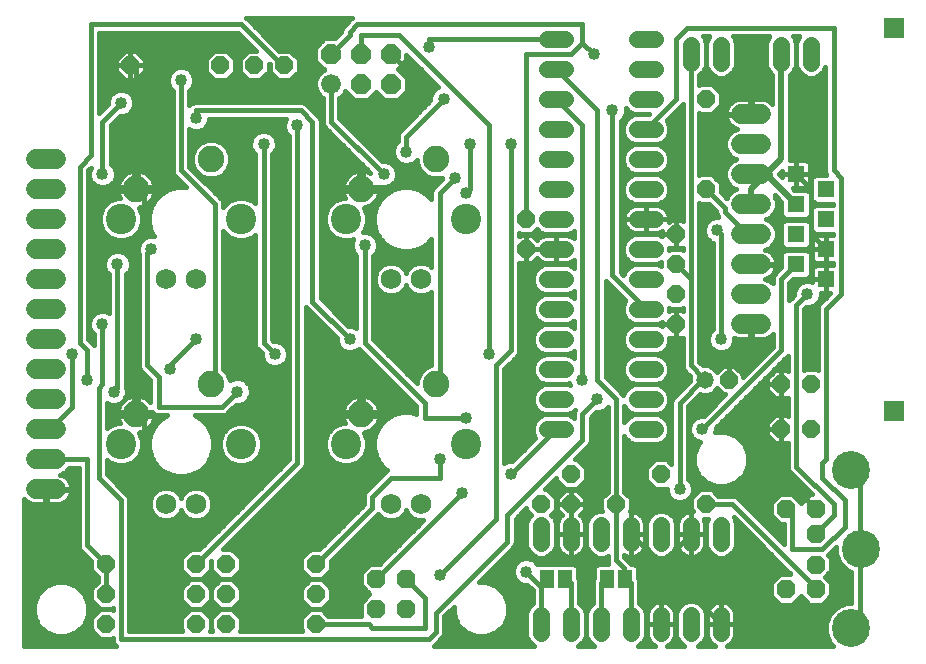
<source format=gbl>
G75*
%MOIN*%
%OFA0B0*%
%FSLAX24Y24*%
%IPPOS*%
%LPD*%
%AMOC8*
5,1,8,0,0,1.08239X$1,22.5*
%
%ADD10OC8,0.0580*%
%ADD11C,0.0580*%
%ADD12OC8,0.0614*%
%ADD13C,0.1266*%
%ADD14R,0.0575X0.0575*%
%ADD15R,0.0710X0.0710*%
%ADD16C,0.0660*%
%ADD17C,0.0580*%
%ADD18C,0.0886*%
%ADD19C,0.1012*%
%ADD20C,0.0680*%
%ADD21C,0.0660*%
%ADD22OC8,0.0660*%
%ADD23R,0.0460X0.0630*%
%ADD24OC8,0.0620*%
%ADD25C,0.0160*%
%ADD26C,0.0400*%
%ADD27C,0.0200*%
D10*
X003680Y001680D03*
X003680Y002680D03*
X003680Y003680D03*
X006680Y003680D03*
X007680Y003680D03*
X007680Y002680D03*
X006680Y002680D03*
X006680Y001680D03*
X007680Y001680D03*
X010680Y001680D03*
X010680Y002680D03*
X010680Y003680D03*
X018180Y005680D03*
X019180Y005680D03*
X019180Y006680D03*
X020680Y005680D03*
X022180Y006680D03*
X023680Y005680D03*
X026180Y008180D03*
X027180Y008180D03*
X027180Y009680D03*
X026180Y009680D03*
X024432Y009818D03*
X022680Y011680D03*
X022680Y012680D03*
X022680Y013680D03*
X022680Y014680D03*
X023680Y016180D03*
X023680Y019180D03*
X017680Y015180D03*
X017680Y014180D03*
X009618Y020305D03*
X008618Y020305D03*
X007493Y020305D03*
X004493Y020305D03*
D11*
X023632Y009818D03*
D12*
X026349Y005519D03*
X027334Y005519D03*
X027334Y004692D03*
X027334Y003668D03*
X027334Y002841D03*
X026349Y002841D03*
D13*
X028510Y001540D03*
X028840Y004180D03*
X028510Y006820D03*
D14*
X027680Y013180D03*
X026680Y013680D03*
X027680Y014180D03*
X027680Y015180D03*
X027680Y016180D03*
X026680Y015680D03*
X026680Y014680D03*
X026680Y016680D03*
D15*
X029930Y021560D03*
X029930Y008800D03*
D16*
X025510Y011680D02*
X024850Y011680D01*
X024850Y012680D02*
X025510Y012680D01*
X025510Y013680D02*
X024850Y013680D01*
X024850Y014680D02*
X025510Y014680D01*
X025510Y015680D02*
X024850Y015680D01*
X024850Y016680D02*
X025510Y016680D01*
X025510Y017680D02*
X024850Y017680D01*
X024850Y018680D02*
X025510Y018680D01*
X002010Y017180D02*
X001350Y017180D01*
X001350Y016180D02*
X002010Y016180D01*
X002010Y015180D02*
X001350Y015180D01*
X001350Y014180D02*
X002010Y014180D01*
X002010Y013180D02*
X001350Y013180D01*
X001350Y012180D02*
X002010Y012180D01*
X002010Y011180D02*
X001350Y011180D01*
X001350Y010180D02*
X002010Y010180D01*
X002010Y009180D02*
X001350Y009180D01*
X001350Y008180D02*
X002010Y008180D01*
X002010Y007180D02*
X001350Y007180D01*
X001350Y006180D02*
X002010Y006180D01*
D17*
X018180Y004970D02*
X018180Y004390D01*
X019180Y004390D02*
X019180Y004970D01*
X020180Y004970D02*
X020180Y004390D01*
X021180Y004390D02*
X021180Y004970D01*
X022180Y004970D02*
X022180Y004390D01*
X023180Y004390D02*
X023180Y004970D01*
X024180Y004970D02*
X024180Y004390D01*
X024180Y001970D02*
X024180Y001390D01*
X023180Y001390D02*
X023180Y001970D01*
X022180Y001970D02*
X022180Y001390D01*
X021180Y001390D02*
X021180Y001970D01*
X020180Y001970D02*
X020180Y001390D01*
X019180Y001390D02*
X019180Y001970D01*
X018180Y001970D02*
X018180Y001390D01*
X018390Y008180D02*
X018970Y008180D01*
X018970Y009180D02*
X018390Y009180D01*
X018390Y010180D02*
X018970Y010180D01*
X018970Y011180D02*
X018390Y011180D01*
X018390Y012180D02*
X018970Y012180D01*
X018970Y013180D02*
X018390Y013180D01*
X018390Y014180D02*
X018970Y014180D01*
X018970Y015180D02*
X018390Y015180D01*
X018390Y016180D02*
X018970Y016180D01*
X018970Y017180D02*
X018390Y017180D01*
X018390Y018180D02*
X018970Y018180D01*
X018970Y019180D02*
X018390Y019180D01*
X018390Y020180D02*
X018970Y020180D01*
X018970Y021180D02*
X018390Y021180D01*
X021390Y021180D02*
X021970Y021180D01*
X023180Y020970D02*
X023180Y020390D01*
X021970Y020180D02*
X021390Y020180D01*
X021390Y019180D02*
X021970Y019180D01*
X021970Y018180D02*
X021390Y018180D01*
X021390Y017180D02*
X021970Y017180D01*
X021970Y016180D02*
X021390Y016180D01*
X021390Y015180D02*
X021970Y015180D01*
X021970Y014180D02*
X021390Y014180D01*
X021390Y013180D02*
X021970Y013180D01*
X021970Y012180D02*
X021390Y012180D01*
X021390Y011180D02*
X021970Y011180D01*
X021970Y010180D02*
X021390Y010180D01*
X021390Y009180D02*
X021970Y009180D01*
X021970Y008180D02*
X021390Y008180D01*
X024180Y020390D02*
X024180Y020970D01*
X026180Y020970D02*
X026180Y020390D01*
X027180Y020390D02*
X027180Y020970D01*
D18*
X014680Y017180D03*
X012180Y016180D03*
X007180Y017180D03*
X004680Y016180D03*
X007180Y009680D03*
X004680Y008680D03*
X012180Y008680D03*
X014680Y009680D03*
D19*
X015680Y007680D03*
X011680Y007680D03*
X008180Y007680D03*
X004180Y007680D03*
X004180Y015180D03*
X008180Y015180D03*
X011680Y015180D03*
X015680Y015180D03*
D20*
X014180Y013180D03*
X013180Y013180D03*
X006680Y013180D03*
X005680Y013180D03*
X005680Y005680D03*
X006680Y005680D03*
X013180Y005680D03*
X014180Y005680D03*
D21*
X011180Y019680D03*
D22*
X012180Y019680D03*
X013180Y019680D03*
X013180Y020680D03*
X012180Y020680D03*
X011180Y020680D03*
D23*
X018380Y003180D03*
X018980Y003180D03*
X020380Y003180D03*
X020980Y003180D03*
D24*
X013680Y003180D03*
X013680Y002180D03*
X012680Y002180D03*
X012680Y003180D03*
D25*
X000960Y000960D02*
X000960Y005849D01*
X000961Y005848D01*
X001018Y005791D01*
X001083Y005744D01*
X001154Y005707D01*
X001231Y005683D01*
X001310Y005670D01*
X001660Y005670D01*
X001660Y006160D01*
X001700Y006160D01*
X001700Y006200D01*
X002520Y006200D01*
X002520Y006220D01*
X002507Y006299D01*
X002483Y006376D01*
X002446Y006447D01*
X002399Y006512D01*
X002342Y006569D01*
X002277Y006616D01*
X002206Y006653D01*
X002159Y006668D01*
X002310Y006731D01*
X002459Y006880D01*
X002468Y006900D01*
X002775Y006900D01*
X002775Y004249D01*
X002818Y004146D01*
X003190Y003774D01*
X003190Y003477D01*
X003400Y003267D01*
X003400Y003093D01*
X003190Y002883D01*
X003190Y002477D01*
X003477Y002190D01*
X003883Y002190D01*
X003900Y002207D01*
X003900Y002153D01*
X003883Y002170D01*
X003477Y002170D01*
X003190Y001883D01*
X003190Y001477D01*
X003477Y001190D01*
X003883Y001190D01*
X003900Y001207D01*
X003900Y001124D01*
X003943Y001021D01*
X004004Y000960D01*
X000960Y000960D01*
X000960Y000997D02*
X003967Y000997D01*
X003900Y001156D02*
X000960Y001156D01*
X000960Y001314D02*
X001906Y001314D01*
X002000Y001275D02*
X001667Y001413D01*
X001413Y001667D01*
X001275Y002000D01*
X001275Y002360D01*
X001413Y002693D01*
X001667Y002947D01*
X002000Y003085D01*
X002360Y003085D01*
X002693Y002947D01*
X002947Y002693D01*
X003085Y002360D01*
X003085Y002000D01*
X002947Y001667D01*
X002693Y001413D01*
X002360Y001275D01*
X002000Y001275D01*
X001608Y001473D02*
X000960Y001473D01*
X000960Y001631D02*
X001449Y001631D01*
X001362Y001790D02*
X000960Y001790D01*
X000960Y001948D02*
X001297Y001948D01*
X001275Y002107D02*
X000960Y002107D01*
X000960Y002265D02*
X001275Y002265D01*
X001301Y002424D02*
X000960Y002424D01*
X000960Y002582D02*
X001367Y002582D01*
X001461Y002741D02*
X000960Y002741D01*
X000960Y002899D02*
X001619Y002899D01*
X001934Y003058D02*
X000960Y003058D01*
X000960Y003216D02*
X003400Y003216D01*
X003365Y003058D02*
X002426Y003058D01*
X002741Y002899D02*
X003206Y002899D01*
X003190Y002741D02*
X002899Y002741D01*
X002993Y002582D02*
X003190Y002582D01*
X003244Y002424D02*
X003059Y002424D01*
X003085Y002265D02*
X003402Y002265D01*
X003414Y002107D02*
X003085Y002107D01*
X003063Y001948D02*
X003255Y001948D01*
X003190Y001790D02*
X002998Y001790D01*
X002911Y001631D02*
X003190Y001631D01*
X003195Y001473D02*
X002752Y001473D01*
X002454Y001314D02*
X003353Y001314D01*
X004180Y001180D02*
X004180Y005805D01*
X003430Y006555D01*
X003430Y009555D01*
X003555Y009680D01*
X003555Y011680D01*
X003400Y012092D02*
X003085Y012092D01*
X003085Y011934D02*
X003186Y011934D01*
X003182Y011929D02*
X003115Y011768D01*
X003115Y011592D01*
X003182Y011431D01*
X003275Y011338D01*
X003275Y010981D01*
X003214Y011042D01*
X003085Y011171D01*
X003085Y016814D01*
X003169Y016898D01*
X003115Y016768D01*
X003115Y016592D01*
X003182Y016431D01*
X003306Y016307D01*
X003467Y016240D01*
X003643Y016240D01*
X003804Y016307D01*
X003928Y016431D01*
X003995Y016592D01*
X003995Y016768D01*
X003928Y016929D01*
X003835Y017022D01*
X003835Y018314D01*
X004136Y018615D01*
X004268Y018615D01*
X004429Y018682D01*
X004553Y018806D01*
X004620Y018967D01*
X004620Y019143D01*
X004553Y019304D01*
X004429Y019428D01*
X004268Y019495D01*
X004092Y019495D01*
X003931Y019428D01*
X003807Y019304D01*
X003740Y019143D01*
X003740Y019011D01*
X003460Y018731D01*
X003460Y021400D01*
X008064Y021400D01*
X008669Y020795D01*
X008415Y020795D01*
X008128Y020508D01*
X008128Y020102D01*
X008415Y019815D01*
X008820Y019815D01*
X009107Y020102D01*
X009107Y020357D01*
X009128Y020337D01*
X009128Y020102D01*
X009415Y019815D01*
X009820Y019815D01*
X010107Y020102D01*
X010107Y020508D01*
X009820Y020795D01*
X009461Y020795D01*
X008417Y021839D01*
X008356Y021900D01*
X011879Y021900D01*
X011818Y021839D01*
X011818Y021839D01*
X011568Y021589D01*
X011525Y021486D01*
X011525Y021421D01*
X011314Y021210D01*
X010960Y021210D01*
X010650Y020900D01*
X010650Y020460D01*
X010951Y020159D01*
X010880Y020129D01*
X010731Y019980D01*
X010650Y019785D01*
X010650Y019575D01*
X010731Y019380D01*
X010880Y019231D01*
X010900Y019222D01*
X010900Y018374D01*
X010943Y018271D01*
X011021Y018193D01*
X012490Y016724D01*
X012490Y016721D01*
X012419Y016757D01*
X012326Y016788D01*
X012248Y016800D01*
X012248Y016248D01*
X012112Y016248D01*
X012112Y016112D01*
X011560Y016112D01*
X011572Y016034D01*
X011603Y015941D01*
X011631Y015886D01*
X011540Y015886D01*
X011280Y015779D01*
X011081Y015580D01*
X010974Y015320D01*
X010974Y015040D01*
X011081Y014780D01*
X011280Y014581D01*
X011540Y014474D01*
X011820Y014474D01*
X011915Y014513D01*
X011865Y014393D01*
X011865Y014217D01*
X011932Y014056D01*
X012025Y013963D01*
X012025Y011565D01*
X011893Y011620D01*
X011761Y011620D01*
X010835Y012546D01*
X010835Y018486D01*
X010792Y018589D01*
X010417Y018964D01*
X010339Y019042D01*
X010236Y019085D01*
X006624Y019085D01*
X006521Y019042D01*
X006460Y018981D01*
X006460Y019463D01*
X006553Y019556D01*
X006620Y019717D01*
X006620Y019893D01*
X006553Y020054D01*
X006429Y020178D01*
X006268Y020245D01*
X006092Y020245D01*
X005931Y020178D01*
X005807Y020054D01*
X005740Y019893D01*
X005740Y019717D01*
X005807Y019556D01*
X005900Y019463D01*
X005900Y016749D01*
X005943Y016646D01*
X006349Y016240D01*
X006321Y016247D01*
X006039Y016247D01*
X005768Y016175D01*
X005525Y016034D01*
X005326Y015835D01*
X005185Y015592D01*
X005113Y015321D01*
X005113Y015039D01*
X005185Y014768D01*
X005272Y014618D01*
X005268Y014620D01*
X005092Y014620D01*
X004931Y014553D01*
X004807Y014429D01*
X004740Y014268D01*
X004740Y014092D01*
X004775Y014008D01*
X004775Y010249D01*
X004818Y010146D01*
X004896Y010068D01*
X005150Y009814D01*
X005150Y009091D01*
X005086Y009155D01*
X005006Y009213D01*
X004919Y009257D01*
X004826Y009288D01*
X004748Y009300D01*
X004748Y008748D01*
X005216Y008748D01*
X005271Y008693D01*
X005374Y008650D01*
X005725Y008650D01*
X005525Y008534D01*
X005326Y008335D01*
X005185Y008092D01*
X005113Y007821D01*
X005113Y007539D01*
X005185Y007268D01*
X005326Y007025D01*
X005525Y006826D01*
X005768Y006685D01*
X006039Y006613D01*
X006321Y006613D01*
X006592Y006685D01*
X006835Y006826D01*
X007034Y007025D01*
X007175Y007268D01*
X007247Y007539D01*
X007247Y007821D01*
X007175Y008092D01*
X007034Y008335D01*
X006835Y008534D01*
X006635Y008650D01*
X007611Y008650D01*
X007714Y008693D01*
X007792Y008771D01*
X008011Y008990D01*
X008143Y008990D01*
X008304Y009057D01*
X008428Y009181D01*
X008495Y009342D01*
X008495Y009518D01*
X008428Y009679D01*
X008304Y009803D01*
X008143Y009870D01*
X007967Y009870D01*
X007822Y009810D01*
X007725Y010044D01*
X007585Y010184D01*
X007585Y014776D01*
X007780Y014581D01*
X008040Y014474D01*
X008320Y014474D01*
X008580Y014581D01*
X008650Y014651D01*
X008650Y010999D01*
X008693Y010896D01*
X008771Y010818D01*
X008865Y010724D01*
X008865Y010592D01*
X008932Y010431D01*
X009056Y010307D01*
X009217Y010240D01*
X009393Y010240D01*
X009554Y010307D01*
X009678Y010431D01*
X009745Y010592D01*
X009745Y010768D01*
X009678Y010929D01*
X009554Y011053D01*
X009393Y011120D01*
X009261Y011120D01*
X009210Y011171D01*
X009210Y017338D01*
X009303Y017431D01*
X009370Y017592D01*
X009370Y017768D01*
X009303Y017929D01*
X009179Y018053D01*
X009018Y018120D01*
X008842Y018120D01*
X008681Y018053D01*
X008557Y017929D01*
X008490Y017768D01*
X008490Y017592D01*
X008557Y017431D01*
X008650Y017338D01*
X008650Y015709D01*
X008580Y015779D01*
X008320Y015886D01*
X008040Y015886D01*
X007780Y015779D01*
X007585Y015584D01*
X007585Y015736D01*
X007542Y015839D01*
X007464Y015917D01*
X006460Y016921D01*
X006460Y018170D01*
X006592Y018115D01*
X006460Y018115D01*
X006592Y018115D02*
X006768Y018115D01*
X008830Y018115D01*
X009030Y018115D02*
X009657Y018115D01*
X009682Y018056D02*
X009615Y018217D01*
X009615Y018393D01*
X009670Y018525D01*
X007120Y018525D01*
X007120Y018467D01*
X007053Y018306D01*
X006929Y018182D01*
X006768Y018115D01*
X007021Y018274D02*
X009615Y018274D01*
X009631Y018432D02*
X007105Y018432D01*
X006680Y018555D02*
X006680Y018805D01*
X010180Y018805D01*
X010555Y018430D01*
X010555Y012430D01*
X011805Y011180D01*
X012106Y010858D02*
X012054Y010807D01*
X011893Y010740D01*
X011717Y010740D01*
X011556Y010807D01*
X011432Y010931D01*
X011365Y011092D01*
X011365Y011224D01*
X010396Y012193D01*
X010335Y012254D01*
X010335Y006999D01*
X010292Y006896D01*
X010214Y006818D01*
X007566Y004170D01*
X007883Y004170D01*
X008170Y003883D01*
X008170Y003477D01*
X007883Y003190D01*
X007477Y003190D01*
X007190Y003477D01*
X007190Y003794D01*
X007170Y003774D01*
X007170Y003477D01*
X006883Y003190D01*
X006477Y003190D01*
X006190Y003477D01*
X006190Y003883D01*
X006477Y004170D01*
X006774Y004170D01*
X009775Y007171D01*
X009775Y017963D01*
X009682Y018056D01*
X009775Y017957D02*
X009276Y017957D01*
X009357Y017798D02*
X009775Y017798D01*
X009775Y017640D02*
X009370Y017640D01*
X009324Y017481D02*
X009775Y017481D01*
X009775Y017323D02*
X009210Y017323D01*
X009210Y017164D02*
X009775Y017164D01*
X009775Y017006D02*
X009210Y017006D01*
X009210Y016847D02*
X009775Y016847D01*
X009775Y016689D02*
X009210Y016689D01*
X009210Y016530D02*
X009775Y016530D01*
X009775Y016372D02*
X009210Y016372D01*
X009210Y016213D02*
X009775Y016213D01*
X009775Y016055D02*
X009210Y016055D01*
X009210Y015896D02*
X009775Y015896D01*
X009775Y015738D02*
X009210Y015738D01*
X009210Y015579D02*
X009775Y015579D01*
X009775Y015421D02*
X009210Y015421D01*
X009210Y015262D02*
X009775Y015262D01*
X009775Y015104D02*
X009210Y015104D01*
X009210Y014945D02*
X009775Y014945D01*
X009775Y014787D02*
X009210Y014787D01*
X009210Y014628D02*
X009775Y014628D01*
X009775Y014470D02*
X009210Y014470D01*
X009210Y014311D02*
X009775Y014311D01*
X009775Y014153D02*
X009210Y014153D01*
X009210Y013994D02*
X009775Y013994D01*
X009775Y013836D02*
X009210Y013836D01*
X009210Y013677D02*
X009775Y013677D01*
X009775Y013519D02*
X009210Y013519D01*
X009210Y013360D02*
X009775Y013360D01*
X009775Y013202D02*
X009210Y013202D01*
X009210Y013043D02*
X009775Y013043D01*
X009775Y012885D02*
X009210Y012885D01*
X009210Y012726D02*
X009775Y012726D01*
X009775Y012568D02*
X009210Y012568D01*
X009210Y012409D02*
X009775Y012409D01*
X009775Y012251D02*
X009210Y012251D01*
X009210Y012092D02*
X009775Y012092D01*
X009775Y011934D02*
X009210Y011934D01*
X009210Y011775D02*
X009775Y011775D01*
X009775Y011617D02*
X009210Y011617D01*
X009210Y011458D02*
X009775Y011458D01*
X009775Y011300D02*
X009210Y011300D01*
X009240Y011141D02*
X009775Y011141D01*
X009775Y010983D02*
X009625Y010983D01*
X009722Y010824D02*
X009775Y010824D01*
X009775Y010666D02*
X009745Y010666D01*
X009775Y010507D02*
X009710Y010507D01*
X009775Y010349D02*
X009596Y010349D01*
X009775Y010190D02*
X007585Y010190D01*
X007585Y010349D02*
X009014Y010349D01*
X008900Y010507D02*
X007585Y010507D01*
X007585Y010666D02*
X008865Y010666D01*
X008765Y010824D02*
X007585Y010824D01*
X007585Y010983D02*
X008657Y010983D01*
X008650Y011141D02*
X007585Y011141D01*
X007585Y011300D02*
X008650Y011300D01*
X008650Y011458D02*
X007585Y011458D01*
X007585Y011617D02*
X008650Y011617D01*
X008650Y011775D02*
X007585Y011775D01*
X007585Y011934D02*
X008650Y011934D01*
X008650Y012092D02*
X007585Y012092D01*
X007585Y012251D02*
X008650Y012251D01*
X008650Y012409D02*
X007585Y012409D01*
X007585Y012568D02*
X008650Y012568D01*
X008650Y012726D02*
X007585Y012726D01*
X007585Y012885D02*
X008650Y012885D01*
X008650Y013043D02*
X007585Y013043D01*
X007585Y013202D02*
X008650Y013202D01*
X008650Y013360D02*
X007585Y013360D01*
X007585Y013519D02*
X008650Y013519D01*
X008650Y013677D02*
X007585Y013677D01*
X007585Y013836D02*
X008650Y013836D01*
X008650Y013994D02*
X007585Y013994D01*
X007585Y014153D02*
X008650Y014153D01*
X008650Y014311D02*
X007585Y014311D01*
X007585Y014470D02*
X008650Y014470D01*
X008650Y014628D02*
X008627Y014628D01*
X007733Y014628D02*
X007585Y014628D01*
X007305Y015680D02*
X007305Y009805D01*
X007180Y009680D01*
X007796Y009873D02*
X009775Y009873D01*
X009775Y009715D02*
X008393Y009715D01*
X008479Y009556D02*
X009775Y009556D01*
X009775Y009398D02*
X008495Y009398D01*
X008452Y009239D02*
X009775Y009239D01*
X009775Y009081D02*
X008328Y009081D01*
X007943Y008922D02*
X009775Y008922D01*
X009775Y008764D02*
X007784Y008764D01*
X007555Y008930D02*
X005430Y008930D01*
X005430Y009930D01*
X005055Y010305D01*
X005055Y014055D01*
X005180Y014180D01*
X004847Y014470D02*
X003085Y014470D01*
X003085Y014628D02*
X003733Y014628D01*
X003780Y014581D02*
X004040Y014474D01*
X004320Y014474D01*
X004580Y014581D01*
X004779Y014780D01*
X004886Y015040D01*
X004886Y015320D01*
X004785Y015566D01*
X004826Y015572D01*
X004919Y015603D01*
X005006Y015647D01*
X005086Y015705D01*
X005155Y015774D01*
X005213Y015854D01*
X005257Y015941D01*
X005288Y016034D01*
X005300Y016112D01*
X004748Y016112D01*
X004748Y016248D01*
X005300Y016248D01*
X005288Y016326D01*
X005257Y016419D01*
X005213Y016506D01*
X005155Y016586D01*
X005086Y016655D01*
X005006Y016713D01*
X004919Y016757D01*
X004826Y016788D01*
X004748Y016800D01*
X004748Y016248D01*
X004612Y016248D01*
X004612Y016112D01*
X004060Y016112D01*
X004072Y016034D01*
X004103Y015941D01*
X004131Y015886D01*
X004040Y015886D01*
X003780Y015779D01*
X003581Y015580D01*
X003474Y015320D01*
X003474Y015040D01*
X003581Y014780D01*
X003780Y014581D01*
X003579Y014787D02*
X003085Y014787D01*
X003085Y014945D02*
X003513Y014945D01*
X003474Y015104D02*
X003085Y015104D01*
X003085Y015262D02*
X003474Y015262D01*
X003515Y015421D02*
X003085Y015421D01*
X003085Y015579D02*
X003581Y015579D01*
X003739Y015738D02*
X003085Y015738D01*
X003085Y015896D02*
X004126Y015896D01*
X004069Y016055D02*
X003085Y016055D01*
X003085Y016213D02*
X004612Y016213D01*
X004612Y016248D02*
X004060Y016248D01*
X004072Y016326D01*
X004103Y016419D01*
X004147Y016506D01*
X004205Y016586D01*
X004274Y016655D01*
X004354Y016713D01*
X004441Y016757D01*
X004534Y016788D01*
X004612Y016800D01*
X004612Y016248D01*
X004680Y016180D02*
X004930Y015930D01*
X004930Y014930D01*
X004680Y014680D01*
X004680Y008680D01*
X004930Y008430D01*
X004930Y007180D01*
X004180Y006430D01*
X003995Y006386D02*
X008990Y006386D01*
X008832Y006228D02*
X004153Y006228D01*
X004312Y006069D02*
X005305Y006069D01*
X005374Y006138D02*
X005222Y005986D01*
X005140Y005787D01*
X005140Y005573D01*
X005222Y005374D01*
X005374Y005222D01*
X005573Y005140D01*
X005787Y005140D01*
X005986Y005222D01*
X006138Y005374D01*
X006180Y005476D01*
X006222Y005374D01*
X006374Y005222D01*
X006573Y005140D01*
X006787Y005140D01*
X006986Y005222D01*
X007138Y005374D01*
X007220Y005573D01*
X007220Y005787D01*
X007138Y005986D01*
X006986Y006138D01*
X006787Y006220D01*
X006573Y006220D01*
X006374Y006138D01*
X006222Y005986D01*
X006180Y005884D01*
X006138Y005986D01*
X005986Y006138D01*
X005787Y006220D01*
X005573Y006220D01*
X005374Y006138D01*
X005191Y005911D02*
X004439Y005911D01*
X004460Y005861D02*
X004417Y005964D01*
X003710Y006671D01*
X003710Y007151D01*
X003780Y007081D01*
X004040Y006974D01*
X004320Y006974D01*
X004580Y007081D01*
X004779Y007280D01*
X004886Y007540D01*
X004886Y007820D01*
X004785Y008066D01*
X004826Y008072D01*
X004919Y008103D01*
X005006Y008147D01*
X005086Y008205D01*
X005155Y008274D01*
X005213Y008354D01*
X005257Y008441D01*
X005288Y008534D01*
X005300Y008612D01*
X004748Y008612D01*
X004748Y008748D01*
X004612Y008748D01*
X004612Y008612D01*
X004060Y008612D01*
X004072Y008534D01*
X004103Y008441D01*
X004131Y008386D01*
X004040Y008386D01*
X003780Y008279D01*
X003710Y008209D01*
X003710Y009045D01*
X003842Y008990D01*
X004018Y008990D01*
X004179Y009057D01*
X004196Y009074D01*
X004147Y009006D01*
X004103Y008919D01*
X004072Y008826D01*
X004060Y008748D01*
X004612Y008748D01*
X004612Y009300D01*
X004534Y009288D01*
X004441Y009257D01*
X004354Y009213D01*
X004286Y009164D01*
X004303Y009181D01*
X004370Y009342D01*
X004370Y009518D01*
X004335Y009602D01*
X004335Y013338D01*
X004428Y013431D01*
X004495Y013592D01*
X004495Y013768D01*
X004428Y013929D01*
X004304Y014053D01*
X004143Y014120D01*
X003967Y014120D01*
X003806Y014053D01*
X003682Y013929D01*
X003615Y013768D01*
X003615Y013592D01*
X003682Y013431D01*
X003775Y013338D01*
X003775Y012065D01*
X003643Y012120D01*
X003467Y012120D01*
X003306Y012053D01*
X003182Y011929D01*
X003118Y011775D02*
X003085Y011775D01*
X003085Y011617D02*
X003115Y011617D01*
X003085Y011458D02*
X003171Y011458D01*
X003085Y011300D02*
X003275Y011300D01*
X003275Y011141D02*
X003115Y011141D01*
X003273Y010983D02*
X003275Y010983D01*
X003055Y010805D02*
X003055Y009805D01*
X003930Y009430D02*
X004055Y009555D01*
X004055Y013680D01*
X003615Y013677D02*
X003085Y013677D01*
X003085Y013519D02*
X003646Y013519D01*
X003753Y013360D02*
X003085Y013360D01*
X003085Y013202D02*
X003775Y013202D01*
X003775Y013043D02*
X003085Y013043D01*
X003085Y012885D02*
X003775Y012885D01*
X003775Y012726D02*
X003085Y012726D01*
X003085Y012568D02*
X003775Y012568D01*
X003775Y012409D02*
X003085Y012409D01*
X003085Y012251D02*
X003775Y012251D01*
X003775Y012092D02*
X003710Y012092D01*
X004335Y012092D02*
X004775Y012092D01*
X004775Y011934D02*
X004335Y011934D01*
X004335Y011775D02*
X004775Y011775D01*
X004775Y011617D02*
X004335Y011617D01*
X004335Y011458D02*
X004775Y011458D01*
X004775Y011300D02*
X004335Y011300D01*
X004335Y011141D02*
X004775Y011141D01*
X004775Y010983D02*
X004335Y010983D01*
X004335Y010824D02*
X004775Y010824D01*
X004775Y010666D02*
X004335Y010666D01*
X004335Y010507D02*
X004775Y010507D01*
X004775Y010349D02*
X004335Y010349D01*
X004335Y010190D02*
X004800Y010190D01*
X004933Y010032D02*
X004335Y010032D01*
X004335Y009873D02*
X005091Y009873D01*
X005150Y009715D02*
X004335Y009715D01*
X004354Y009556D02*
X005150Y009556D01*
X005150Y009398D02*
X004370Y009398D01*
X004405Y009239D02*
X004327Y009239D01*
X004612Y009239D02*
X004748Y009239D01*
X004748Y009081D02*
X004612Y009081D01*
X004612Y008922D02*
X004748Y008922D01*
X004748Y008764D02*
X004612Y008764D01*
X004104Y008922D02*
X003710Y008922D01*
X003710Y008764D02*
X004063Y008764D01*
X004061Y008605D02*
X003710Y008605D01*
X003710Y008447D02*
X004101Y008447D01*
X003802Y008288D02*
X003710Y008288D01*
X002555Y008930D02*
X001805Y008180D01*
X001680Y008180D01*
X001680Y007180D02*
X003055Y007180D01*
X003055Y004305D01*
X003680Y003680D01*
X003680Y002680D01*
X004460Y002741D02*
X006190Y002741D01*
X006190Y002883D02*
X006190Y002477D01*
X006477Y002190D01*
X006883Y002190D01*
X007170Y002477D01*
X007170Y002883D01*
X006883Y003170D01*
X006477Y003170D01*
X006190Y002883D01*
X006206Y002899D02*
X004460Y002899D01*
X004460Y003058D02*
X006365Y003058D01*
X006451Y003216D02*
X004460Y003216D01*
X004460Y003375D02*
X006293Y003375D01*
X006190Y003533D02*
X004460Y003533D01*
X004460Y003692D02*
X006190Y003692D01*
X006190Y003850D02*
X004460Y003850D01*
X004460Y004009D02*
X006316Y004009D01*
X006474Y004167D02*
X004460Y004167D01*
X004460Y004326D02*
X006930Y004326D01*
X007088Y004484D02*
X004460Y004484D01*
X004460Y004643D02*
X007247Y004643D01*
X007405Y004801D02*
X004460Y004801D01*
X004460Y004960D02*
X007564Y004960D01*
X007722Y005118D02*
X004460Y005118D01*
X004460Y005277D02*
X005320Y005277D01*
X005197Y005435D02*
X004460Y005435D01*
X004460Y005594D02*
X005140Y005594D01*
X005140Y005752D02*
X004460Y005752D01*
X004460Y005861D02*
X004460Y001460D01*
X006207Y001460D01*
X006190Y001477D01*
X006190Y001883D01*
X006477Y002170D01*
X006883Y002170D01*
X007170Y001883D01*
X007170Y001477D01*
X007153Y001460D01*
X007207Y001460D01*
X007190Y001477D01*
X007190Y001883D01*
X007477Y002170D01*
X007883Y002170D01*
X008170Y001883D01*
X008170Y001477D01*
X008153Y001460D01*
X010207Y001460D01*
X010190Y001477D01*
X010190Y001883D01*
X010477Y002170D01*
X010883Y002170D01*
X011093Y001960D01*
X012179Y001960D01*
X012170Y001969D01*
X012170Y002391D01*
X012459Y002680D01*
X012170Y002969D01*
X012170Y003391D01*
X012469Y003690D01*
X012794Y003690D01*
X014244Y005140D01*
X014073Y005140D01*
X013874Y005222D01*
X013722Y005374D01*
X013680Y005476D01*
X013638Y005374D01*
X013486Y005222D01*
X013287Y005140D01*
X013073Y005140D01*
X012874Y005222D01*
X012746Y005350D01*
X011170Y003774D01*
X011170Y003477D01*
X010883Y003190D01*
X010477Y003190D01*
X010190Y003477D01*
X010190Y003883D01*
X010477Y004170D01*
X010774Y004170D01*
X012275Y005671D01*
X012275Y005986D01*
X012318Y006089D01*
X012943Y006714D01*
X012943Y006714D01*
X013021Y006792D01*
X013057Y006807D01*
X013025Y006826D01*
X012826Y007025D01*
X012685Y007268D01*
X012613Y007539D01*
X012613Y007821D01*
X012685Y008092D01*
X012826Y008335D01*
X013025Y008534D01*
X013268Y008675D01*
X013539Y008747D01*
X013821Y008747D01*
X014025Y008693D01*
X014025Y008939D01*
X012146Y010818D01*
X012106Y010858D01*
X012071Y010824D02*
X012140Y010824D01*
X012299Y010666D02*
X010335Y010666D01*
X010335Y010824D02*
X011539Y010824D01*
X011411Y010983D02*
X010335Y010983D01*
X010335Y011141D02*
X011365Y011141D01*
X011290Y011300D02*
X010335Y011300D01*
X010335Y011458D02*
X011131Y011458D01*
X010973Y011617D02*
X010335Y011617D01*
X010335Y011775D02*
X010814Y011775D01*
X010656Y011934D02*
X010335Y011934D01*
X010335Y012092D02*
X010497Y012092D01*
X010339Y012251D02*
X010335Y012251D01*
X010835Y012568D02*
X012025Y012568D01*
X012025Y012726D02*
X010835Y012726D01*
X010835Y012885D02*
X012025Y012885D01*
X012025Y013043D02*
X010835Y013043D01*
X010835Y013202D02*
X012025Y013202D01*
X012025Y013360D02*
X010835Y013360D01*
X010835Y013519D02*
X012025Y013519D01*
X012025Y013677D02*
X010835Y013677D01*
X010835Y013836D02*
X012025Y013836D01*
X011994Y013994D02*
X010835Y013994D01*
X010835Y014153D02*
X011892Y014153D01*
X011865Y014311D02*
X010835Y014311D01*
X010835Y014470D02*
X011897Y014470D01*
X012305Y014305D02*
X012305Y011055D01*
X014305Y009055D01*
X014305Y008555D01*
X015680Y008555D01*
X016960Y008605D02*
X018136Y008605D01*
X018112Y008595D02*
X018293Y008670D01*
X019067Y008670D01*
X019248Y008595D01*
X019275Y008568D01*
X019275Y008736D01*
X019315Y008832D01*
X019248Y008765D01*
X019067Y008690D01*
X018293Y008690D01*
X018112Y008765D01*
X017975Y008902D01*
X017900Y009083D01*
X017900Y009277D01*
X017975Y009458D01*
X018112Y009595D01*
X018293Y009670D01*
X019067Y009670D01*
X019149Y009636D01*
X019118Y009711D01*
X019067Y009690D01*
X018293Y009690D01*
X018112Y009765D01*
X017975Y009902D01*
X017900Y010083D01*
X017900Y010277D01*
X017975Y010458D01*
X018112Y010595D01*
X018293Y010670D01*
X019067Y010670D01*
X019248Y010595D01*
X019275Y010568D01*
X019275Y010792D01*
X019248Y010765D01*
X019067Y010690D01*
X018293Y010690D01*
X018112Y010765D01*
X017975Y010902D01*
X017900Y011083D01*
X017900Y011277D01*
X017975Y011458D01*
X017460Y011458D01*
X017460Y011300D02*
X017909Y011300D01*
X017900Y011141D02*
X017460Y011141D01*
X017460Y010983D02*
X017941Y010983D01*
X018053Y010824D02*
X017460Y010824D01*
X017460Y010749D02*
X017460Y013735D01*
X017485Y013710D01*
X017680Y013710D01*
X017875Y013710D01*
X018035Y013870D01*
X018084Y013822D01*
X018144Y013778D01*
X018210Y013744D01*
X018280Y013722D01*
X018353Y013710D01*
X018680Y013710D01*
X019007Y013710D01*
X019080Y013722D01*
X019150Y013744D01*
X019216Y013778D01*
X019275Y013821D01*
X019275Y013568D01*
X019248Y013595D01*
X019067Y013670D01*
X018293Y013670D01*
X018112Y013595D01*
X017975Y013458D01*
X017900Y013277D01*
X017900Y013083D01*
X017975Y012902D01*
X018112Y012765D01*
X018293Y012690D01*
X019067Y012690D01*
X019248Y012765D01*
X019275Y012792D01*
X019275Y012568D01*
X019248Y012595D01*
X019067Y012670D01*
X018293Y012670D01*
X018112Y012595D01*
X017975Y012458D01*
X017900Y012277D01*
X017900Y012083D01*
X017975Y011902D01*
X018112Y011765D01*
X018293Y011690D01*
X019067Y011690D01*
X019248Y011765D01*
X019275Y011792D01*
X019275Y011568D01*
X019248Y011595D01*
X019067Y011670D01*
X018293Y011670D01*
X018112Y011595D01*
X017975Y011458D01*
X018163Y011617D02*
X017460Y011617D01*
X017460Y011775D02*
X018102Y011775D01*
X017962Y011934D02*
X017460Y011934D01*
X017460Y012092D02*
X017900Y012092D01*
X017900Y012251D02*
X017460Y012251D01*
X017460Y012409D02*
X017954Y012409D01*
X018085Y012568D02*
X017460Y012568D01*
X017460Y012726D02*
X018206Y012726D01*
X017993Y012885D02*
X017460Y012885D01*
X017460Y013043D02*
X017916Y013043D01*
X017900Y013202D02*
X017460Y013202D01*
X017460Y013360D02*
X017934Y013360D01*
X018036Y013519D02*
X017460Y013519D01*
X017460Y013677D02*
X019275Y013677D01*
X018680Y013710D02*
X018680Y014180D01*
X018680Y014180D01*
X018680Y014650D01*
X019007Y014650D01*
X019080Y014638D01*
X019150Y014616D01*
X019216Y014582D01*
X019275Y014539D01*
X019275Y014792D01*
X019248Y014765D01*
X019067Y014690D01*
X018293Y014690D01*
X018112Y014765D01*
X018035Y014842D01*
X017883Y014690D01*
X017477Y014690D01*
X017460Y014707D01*
X017460Y014625D01*
X017485Y014650D01*
X017680Y014650D01*
X017680Y014180D01*
X017680Y014180D01*
X018680Y014180D01*
X018680Y014650D01*
X018353Y014650D01*
X018280Y014638D01*
X018210Y014616D01*
X018144Y014582D01*
X018084Y014538D01*
X018035Y014490D01*
X017875Y014650D01*
X017680Y014650D01*
X017680Y014180D01*
X017680Y014180D01*
X017920Y014180D01*
X018680Y014180D01*
X018680Y014180D01*
X018680Y014180D01*
X018680Y013710D01*
X018680Y013836D02*
X018680Y013836D01*
X018680Y013994D02*
X018680Y013994D01*
X018680Y014153D02*
X018680Y014153D01*
X018680Y014311D02*
X018680Y014311D01*
X018680Y014470D02*
X018680Y014470D01*
X018680Y014628D02*
X018680Y014628D01*
X018248Y014628D02*
X017897Y014628D01*
X017979Y014787D02*
X018091Y014787D01*
X017680Y014628D02*
X017680Y014628D01*
X017680Y014470D02*
X017680Y014470D01*
X017680Y014311D02*
X017680Y014311D01*
X017680Y014180D02*
X017680Y013710D01*
X017680Y014180D01*
X017680Y014180D01*
X017680Y014153D02*
X017680Y014153D01*
X017680Y013994D02*
X017680Y013994D01*
X017680Y013836D02*
X017680Y013836D01*
X018000Y013836D02*
X018070Y013836D01*
X017463Y014628D02*
X017460Y014628D01*
X017680Y015180D02*
X017680Y020680D01*
X019180Y020680D01*
X019555Y021055D01*
X019930Y020680D01*
X019555Y021055D02*
X019555Y021680D01*
X012055Y021680D01*
X011805Y021430D01*
X011805Y021305D01*
X011180Y020680D01*
X010650Y020651D02*
X009964Y020651D01*
X010107Y020493D02*
X010650Y020493D01*
X010776Y020334D02*
X010107Y020334D01*
X010107Y020176D02*
X010935Y020176D01*
X010767Y020017D02*
X010022Y020017D01*
X009864Y019859D02*
X010680Y019859D01*
X010650Y019700D02*
X006613Y019700D01*
X006620Y019859D02*
X007246Y019859D01*
X007290Y019815D02*
X007695Y019815D01*
X007982Y020102D01*
X007982Y020508D01*
X007695Y020795D01*
X007290Y020795D01*
X007003Y020508D01*
X007003Y020102D01*
X007290Y019815D01*
X007088Y020017D02*
X006568Y020017D01*
X006432Y020176D02*
X007003Y020176D01*
X007003Y020334D02*
X004962Y020334D01*
X004962Y020305D02*
X004962Y020500D01*
X004687Y020775D01*
X004493Y020775D01*
X004493Y020305D01*
X004962Y020305D01*
X004493Y020305D01*
X004493Y020305D01*
X004493Y019835D01*
X004687Y019835D01*
X004962Y020110D01*
X004962Y020305D01*
X004962Y020176D02*
X005928Y020176D01*
X005792Y020017D02*
X004869Y020017D01*
X004711Y019859D02*
X005740Y019859D01*
X005747Y019700D02*
X003460Y019700D01*
X003460Y019542D02*
X005821Y019542D01*
X005900Y019383D02*
X004474Y019383D01*
X004586Y019225D02*
X005900Y019225D01*
X005900Y019066D02*
X004620Y019066D01*
X004595Y018908D02*
X005900Y018908D01*
X005900Y018749D02*
X004496Y018749D01*
X004180Y019055D02*
X003555Y018430D01*
X003555Y016680D01*
X003962Y016847D02*
X005900Y016847D01*
X005900Y017006D02*
X003852Y017006D01*
X003835Y017164D02*
X005900Y017164D01*
X005900Y017323D02*
X003835Y017323D01*
X003835Y017481D02*
X005900Y017481D01*
X005900Y017640D02*
X003835Y017640D01*
X003835Y017798D02*
X005900Y017798D01*
X005900Y017957D02*
X003835Y017957D01*
X003835Y018115D02*
X005900Y018115D01*
X005900Y018274D02*
X003835Y018274D01*
X003953Y018432D02*
X005900Y018432D01*
X005900Y018591D02*
X004112Y018591D01*
X003637Y018908D02*
X003460Y018908D01*
X003460Y019066D02*
X003740Y019066D01*
X003774Y019225D02*
X003460Y019225D01*
X003460Y019383D02*
X003886Y019383D01*
X004298Y019835D02*
X004492Y019835D01*
X004492Y020305D01*
X004023Y020305D01*
X004023Y020110D01*
X004298Y019835D01*
X004274Y019859D02*
X003460Y019859D01*
X003460Y020017D02*
X004116Y020017D01*
X004023Y020176D02*
X003460Y020176D01*
X003460Y020334D02*
X004023Y020334D01*
X004023Y020305D02*
X004492Y020305D01*
X004492Y020305D01*
X004493Y020305D01*
X004492Y020305D01*
X004492Y020775D01*
X004298Y020775D01*
X004023Y020500D01*
X004023Y020305D01*
X004023Y020493D02*
X003460Y020493D01*
X003460Y020651D02*
X004174Y020651D01*
X004492Y020651D02*
X004493Y020651D01*
X004492Y020493D02*
X004493Y020493D01*
X004492Y020334D02*
X004493Y020334D01*
X004493Y020305D02*
X004555Y020305D01*
X004680Y020180D01*
X004680Y016180D01*
X004748Y016213D02*
X005911Y016213D01*
X006217Y016372D02*
X005273Y016372D01*
X005196Y016530D02*
X006059Y016530D01*
X005925Y016689D02*
X005040Y016689D01*
X004748Y016689D02*
X004612Y016689D01*
X004612Y016530D02*
X004748Y016530D01*
X004748Y016372D02*
X004612Y016372D01*
X004164Y016530D02*
X003969Y016530D01*
X003995Y016689D02*
X004320Y016689D01*
X004087Y016372D02*
X003869Y016372D01*
X003241Y016372D02*
X003085Y016372D01*
X003085Y016530D02*
X003141Y016530D01*
X003115Y016689D02*
X003085Y016689D01*
X003118Y016847D02*
X003148Y016847D01*
X002805Y016930D02*
X002805Y011055D01*
X003055Y010805D01*
X002555Y010680D02*
X002555Y008930D01*
X004955Y009239D02*
X005150Y009239D01*
X005299Y008605D02*
X005647Y008605D01*
X005437Y008447D02*
X005259Y008447D01*
X005298Y008288D02*
X005165Y008288D01*
X005207Y008130D02*
X004972Y008130D01*
X004824Y007971D02*
X005153Y007971D01*
X005113Y007813D02*
X004886Y007813D01*
X004886Y007654D02*
X005113Y007654D01*
X005124Y007496D02*
X004868Y007496D01*
X004802Y007337D02*
X005167Y007337D01*
X005237Y007179D02*
X004677Y007179D01*
X004432Y007020D02*
X005330Y007020D01*
X005489Y006862D02*
X003710Y006862D01*
X003710Y007020D02*
X003928Y007020D01*
X003710Y006703D02*
X005737Y006703D01*
X006623Y006703D02*
X009307Y006703D01*
X009149Y006545D02*
X003836Y006545D01*
X002775Y006545D02*
X002367Y006545D01*
X002477Y006386D02*
X002775Y006386D01*
X002775Y006228D02*
X002519Y006228D01*
X002520Y006160D02*
X001700Y006160D01*
X001700Y005670D01*
X002050Y005670D01*
X002129Y005683D01*
X002206Y005707D01*
X002277Y005744D01*
X002342Y005791D01*
X002399Y005848D01*
X002446Y005913D01*
X002483Y005984D01*
X002507Y006061D01*
X002520Y006140D01*
X002520Y006160D01*
X002509Y006069D02*
X002775Y006069D01*
X002775Y005911D02*
X002445Y005911D01*
X002289Y005752D02*
X002775Y005752D01*
X002775Y005594D02*
X000960Y005594D01*
X000960Y005752D02*
X001071Y005752D01*
X000960Y005435D02*
X002775Y005435D01*
X002775Y005277D02*
X000960Y005277D01*
X000960Y005118D02*
X002775Y005118D01*
X002775Y004960D02*
X000960Y004960D01*
X000960Y004801D02*
X002775Y004801D01*
X002775Y004643D02*
X000960Y004643D01*
X000960Y004484D02*
X002775Y004484D01*
X002775Y004326D02*
X000960Y004326D01*
X000960Y004167D02*
X002809Y004167D01*
X002956Y004009D02*
X000960Y004009D01*
X000960Y003850D02*
X003114Y003850D01*
X003190Y003692D02*
X000960Y003692D01*
X000960Y003533D02*
X003190Y003533D01*
X003293Y003375D02*
X000960Y003375D01*
X004180Y001180D02*
X014430Y001180D01*
X014680Y001430D01*
X014680Y002055D01*
X017055Y004430D01*
X017055Y005305D01*
X019555Y007805D01*
X019555Y008680D01*
X020055Y009180D01*
X020199Y008764D02*
X020400Y008764D01*
X020304Y008807D02*
X020400Y008903D01*
X020400Y006093D01*
X020190Y005883D01*
X020190Y005477D01*
X020207Y005460D01*
X020083Y005460D01*
X019902Y005385D01*
X019765Y005248D01*
X019690Y005067D01*
X019690Y004293D01*
X019765Y004112D01*
X019902Y003975D01*
X020083Y003900D01*
X020277Y003900D01*
X020400Y003951D01*
X020400Y003749D01*
X020422Y003695D01*
X020067Y003695D01*
X019950Y003578D01*
X019950Y003221D01*
X019943Y003214D01*
X019900Y003111D01*
X019900Y002383D01*
X019765Y002248D01*
X019690Y002067D01*
X019690Y001293D01*
X019765Y001112D01*
X019902Y000975D01*
X019938Y000960D01*
X019422Y000960D01*
X019458Y000975D01*
X019595Y001112D01*
X019670Y001293D01*
X019670Y002067D01*
X019595Y002248D01*
X019460Y002383D01*
X019460Y003111D01*
X019417Y003214D01*
X019410Y003221D01*
X019410Y003578D01*
X019293Y003695D01*
X018067Y003695D01*
X018052Y003680D01*
X017929Y003803D01*
X017768Y003870D01*
X017592Y003870D01*
X017431Y003803D01*
X017307Y003679D01*
X017240Y003518D01*
X017240Y003342D01*
X017307Y003181D01*
X017431Y003057D01*
X017592Y002990D01*
X017724Y002990D01*
X017900Y002814D01*
X017900Y002383D01*
X017765Y002248D01*
X017690Y002067D01*
X017690Y001293D01*
X017765Y001112D01*
X017902Y000975D01*
X017938Y000960D01*
X014606Y000960D01*
X014667Y001021D01*
X014667Y001021D01*
X014917Y001271D01*
X014960Y001374D01*
X014960Y001486D01*
X014960Y001939D01*
X015275Y002254D01*
X015275Y002000D01*
X015413Y001667D01*
X015667Y001413D01*
X016000Y001275D01*
X016360Y001275D01*
X016693Y001413D01*
X016947Y001667D01*
X017085Y002000D01*
X017085Y002360D01*
X016947Y002693D01*
X016693Y002947D01*
X016360Y003085D01*
X016106Y003085D01*
X017214Y004193D01*
X017292Y004271D01*
X017335Y004374D01*
X017335Y005189D01*
X017690Y005544D01*
X017690Y005477D01*
X017842Y005325D01*
X017765Y005248D01*
X017690Y005067D01*
X017690Y004293D01*
X017765Y004112D01*
X017902Y003975D01*
X018083Y003900D01*
X018277Y003900D01*
X018458Y003975D01*
X018595Y004112D01*
X018670Y004293D01*
X018670Y005067D01*
X018595Y005248D01*
X018518Y005325D01*
X018670Y005477D01*
X018670Y005883D01*
X018383Y006170D01*
X018316Y006170D01*
X018690Y006544D01*
X018690Y006477D01*
X018977Y006190D01*
X019383Y006190D01*
X019670Y006477D01*
X019670Y006883D01*
X019383Y007170D01*
X019316Y007170D01*
X019792Y007646D01*
X019835Y007749D01*
X019835Y008564D01*
X020011Y008740D01*
X020143Y008740D01*
X020304Y008807D01*
X020400Y008605D02*
X019876Y008605D01*
X019835Y008447D02*
X020400Y008447D01*
X020400Y008288D02*
X019835Y008288D01*
X019835Y008130D02*
X020400Y008130D01*
X020400Y007971D02*
X019835Y007971D01*
X019835Y007813D02*
X020400Y007813D01*
X020400Y007654D02*
X019796Y007654D01*
X019641Y007496D02*
X020400Y007496D01*
X020400Y007337D02*
X019483Y007337D01*
X019324Y007179D02*
X020400Y007179D01*
X020400Y007020D02*
X019533Y007020D01*
X019670Y006862D02*
X020400Y006862D01*
X020400Y006703D02*
X019670Y006703D01*
X019670Y006545D02*
X020400Y006545D01*
X020400Y006386D02*
X019579Y006386D01*
X019420Y006228D02*
X020400Y006228D01*
X020376Y006069D02*
X019456Y006069D01*
X019375Y006150D02*
X019650Y005875D01*
X019650Y005680D01*
X019180Y005680D01*
X019180Y005680D01*
X019180Y005680D01*
X019180Y006150D01*
X019375Y006150D01*
X019180Y006150D02*
X018985Y006150D01*
X018710Y005875D01*
X018710Y005680D01*
X019180Y005680D01*
X019650Y005680D01*
X019650Y005485D01*
X019490Y005325D01*
X019538Y005276D01*
X019582Y005216D01*
X019616Y005150D01*
X019638Y005080D01*
X019650Y005007D01*
X019650Y004680D01*
X019180Y004680D01*
X019180Y004680D01*
X019180Y004680D01*
X019180Y005210D01*
X019180Y005680D01*
X019180Y005680D01*
X019180Y006150D01*
X019180Y006069D02*
X019180Y006069D01*
X019180Y005911D02*
X019180Y005911D01*
X019180Y005752D02*
X019180Y005752D01*
X019180Y005680D02*
X018710Y005680D01*
X018710Y005485D01*
X018870Y005325D01*
X018822Y005276D01*
X018778Y005216D01*
X018744Y005150D01*
X018722Y005080D01*
X018710Y005007D01*
X018710Y004680D01*
X019180Y004680D01*
X019650Y004680D01*
X019650Y004353D01*
X019638Y004280D01*
X019616Y004210D01*
X019582Y004144D01*
X019538Y004084D01*
X019486Y004032D01*
X019426Y003988D01*
X019360Y003954D01*
X019290Y003932D01*
X019217Y003920D01*
X019180Y003920D01*
X019180Y004680D01*
X019180Y004680D01*
X019180Y004680D01*
X019180Y005680D01*
X019180Y005680D01*
X019180Y005594D02*
X019180Y005594D01*
X019180Y005435D02*
X019180Y005435D01*
X019180Y005277D02*
X019180Y005277D01*
X019180Y005118D02*
X019180Y005118D01*
X019180Y004960D02*
X019180Y004960D01*
X019180Y004801D02*
X019180Y004801D01*
X019180Y004680D02*
X018710Y004680D01*
X018710Y004353D01*
X018722Y004280D01*
X018744Y004210D01*
X018778Y004144D01*
X018822Y004084D01*
X018874Y004032D01*
X018934Y003988D01*
X019000Y003954D01*
X019070Y003932D01*
X019143Y003920D01*
X019180Y003920D01*
X019180Y004680D01*
X019180Y004643D02*
X019180Y004643D01*
X019180Y004484D02*
X019180Y004484D01*
X019180Y004326D02*
X019180Y004326D01*
X019180Y004167D02*
X019180Y004167D01*
X019180Y004009D02*
X019180Y004009D01*
X019455Y004009D02*
X019869Y004009D01*
X019742Y004167D02*
X019594Y004167D01*
X019646Y004326D02*
X019690Y004326D01*
X019690Y004484D02*
X019650Y004484D01*
X019650Y004643D02*
X019690Y004643D01*
X019690Y004801D02*
X019650Y004801D01*
X019650Y004960D02*
X019690Y004960D01*
X019711Y005118D02*
X019626Y005118D01*
X019538Y005277D02*
X019794Y005277D01*
X019600Y005435D02*
X020022Y005435D01*
X020190Y005594D02*
X019650Y005594D01*
X019650Y005752D02*
X020190Y005752D01*
X020218Y005911D02*
X019614Y005911D01*
X018904Y006069D02*
X018484Y006069D01*
X018373Y006228D02*
X018940Y006228D01*
X018781Y006386D02*
X018532Y006386D01*
X018642Y005911D02*
X018746Y005911D01*
X018710Y005752D02*
X018670Y005752D01*
X018670Y005594D02*
X018710Y005594D01*
X018760Y005435D02*
X018628Y005435D01*
X018566Y005277D02*
X018822Y005277D01*
X018734Y005118D02*
X018649Y005118D01*
X018670Y004960D02*
X018710Y004960D01*
X018710Y004801D02*
X018670Y004801D01*
X018670Y004643D02*
X018710Y004643D01*
X018710Y004484D02*
X018670Y004484D01*
X018670Y004326D02*
X018714Y004326D01*
X018766Y004167D02*
X018618Y004167D01*
X018491Y004009D02*
X018905Y004009D01*
X019296Y003692D02*
X020064Y003692D01*
X019950Y003533D02*
X019410Y003533D01*
X019410Y003375D02*
X019950Y003375D01*
X019945Y003216D02*
X019415Y003216D01*
X019460Y003058D02*
X019900Y003058D01*
X019900Y002899D02*
X019460Y002899D01*
X019460Y002741D02*
X019900Y002741D01*
X019900Y002582D02*
X019460Y002582D01*
X019460Y002424D02*
X019900Y002424D01*
X019782Y002265D02*
X019578Y002265D01*
X019654Y002107D02*
X019706Y002107D01*
X019690Y001948D02*
X019670Y001948D01*
X019670Y001790D02*
X019690Y001790D01*
X019690Y001631D02*
X019670Y001631D01*
X019670Y001473D02*
X019690Y001473D01*
X019690Y001314D02*
X019670Y001314D01*
X019613Y001156D02*
X019747Y001156D01*
X019880Y000997D02*
X019480Y000997D01*
X019180Y001680D02*
X019180Y003055D01*
X019055Y003180D01*
X018980Y003180D01*
X018380Y003180D02*
X018180Y002930D01*
X017680Y003430D01*
X017544Y003850D02*
X016871Y003850D01*
X017029Y004009D02*
X017869Y004009D01*
X017816Y003850D02*
X020400Y003850D01*
X020680Y003805D02*
X020930Y003555D01*
X020930Y003180D01*
X020980Y003180D01*
X021055Y003180D01*
X021180Y003055D01*
X021180Y001680D01*
X021670Y001631D02*
X021710Y001631D01*
X021710Y001680D02*
X021710Y001353D01*
X021722Y001280D01*
X021744Y001210D01*
X021778Y001144D01*
X021822Y001084D01*
X021874Y001032D01*
X021934Y000988D01*
X021989Y000960D01*
X021422Y000960D01*
X021458Y000975D01*
X021595Y001112D01*
X021670Y001293D01*
X021670Y002067D01*
X021595Y002248D01*
X021460Y002383D01*
X021460Y003111D01*
X021417Y003214D01*
X021410Y003221D01*
X021410Y003578D01*
X021293Y003695D01*
X021175Y003695D01*
X021167Y003714D01*
X021089Y003792D01*
X020960Y003921D01*
X020960Y003975D01*
X021000Y003954D01*
X021070Y003932D01*
X021143Y003920D01*
X021180Y003920D01*
X021217Y003920D01*
X021290Y003932D01*
X021360Y003954D01*
X021426Y003988D01*
X021486Y004032D01*
X021538Y004084D01*
X021582Y004144D01*
X021616Y004210D01*
X021638Y004280D01*
X021650Y004353D01*
X021650Y004680D01*
X021650Y005007D01*
X021638Y005080D01*
X021616Y005150D01*
X021582Y005216D01*
X021538Y005276D01*
X021486Y005328D01*
X021426Y005372D01*
X021360Y005406D01*
X021290Y005428D01*
X021217Y005440D01*
X021180Y005440D01*
X021180Y004680D01*
X022180Y003680D01*
X024180Y001680D01*
X024180Y001680D01*
X024180Y002440D01*
X024217Y002440D01*
X024290Y002428D01*
X024360Y002406D01*
X024426Y002372D01*
X024486Y002328D01*
X024538Y002276D01*
X024582Y002216D01*
X024616Y002150D01*
X024638Y002080D01*
X024650Y002007D01*
X024650Y001680D01*
X024180Y001680D01*
X024180Y001680D01*
X024180Y001680D01*
X023710Y001680D01*
X023710Y002007D01*
X023722Y002080D01*
X023744Y002150D01*
X023778Y002216D01*
X023822Y002276D01*
X023874Y002328D01*
X023934Y002372D01*
X024000Y002406D01*
X024070Y002428D01*
X024143Y002440D01*
X024180Y002440D01*
X024180Y001680D01*
X024650Y001680D01*
X024650Y001353D01*
X024638Y001280D01*
X024616Y001210D01*
X024582Y001144D01*
X024538Y001084D01*
X024486Y001032D01*
X024426Y000988D01*
X024371Y000960D01*
X027912Y000960D01*
X027804Y001068D01*
X027677Y001374D01*
X027677Y001706D01*
X027804Y002012D01*
X028038Y002246D01*
X028344Y002373D01*
X028525Y002373D01*
X028525Y003409D01*
X028368Y003474D01*
X028134Y003708D01*
X028007Y004014D01*
X028007Y004236D01*
X027792Y004021D01*
X027745Y003974D01*
X027841Y003878D01*
X027841Y003458D01*
X027637Y003255D01*
X027841Y003051D01*
X027841Y002631D01*
X027544Y002334D01*
X027123Y002334D01*
X026841Y002616D01*
X026559Y002334D01*
X026139Y002334D01*
X025842Y002631D01*
X025842Y003051D01*
X026139Y003349D01*
X026490Y003349D01*
X024598Y005241D01*
X024670Y005067D01*
X024670Y004293D01*
X024595Y004112D01*
X024458Y003975D01*
X024277Y003900D01*
X024083Y003900D01*
X023902Y003975D01*
X023765Y004112D01*
X023690Y004293D01*
X023690Y005067D01*
X023741Y005190D01*
X023595Y005190D01*
X023616Y005150D01*
X023638Y005080D01*
X023650Y005007D01*
X023650Y004680D01*
X023180Y004680D01*
X023180Y005930D01*
X023430Y006180D01*
X026180Y006180D01*
X026180Y006680D01*
X026180Y008180D01*
X026180Y009680D01*
X026180Y009680D01*
X026180Y010150D01*
X026375Y010150D01*
X026400Y010125D01*
X026400Y010629D01*
X026339Y010568D01*
X023995Y008224D01*
X023995Y008092D01*
X023990Y008081D01*
X024000Y008085D01*
X024360Y008085D01*
X024693Y007947D01*
X024947Y007693D01*
X025085Y007360D01*
X025085Y007000D01*
X024947Y006667D01*
X024693Y006413D01*
X024360Y006275D01*
X024000Y006275D01*
X023667Y006413D01*
X023413Y006667D01*
X023275Y007000D01*
X023275Y007360D01*
X023413Y007693D01*
X023462Y007742D01*
X023306Y007807D01*
X023182Y007931D01*
X023115Y008092D01*
X023115Y008268D01*
X023182Y008429D01*
X023306Y008553D01*
X023467Y008620D01*
X023599Y008620D01*
X024327Y009348D01*
X024238Y009348D01*
X024047Y009539D01*
X023910Y009402D01*
X023730Y009328D01*
X023535Y009328D01*
X023492Y009346D01*
X023085Y008939D01*
X023085Y006522D01*
X023178Y006429D01*
X023245Y006268D01*
X023245Y006092D01*
X023178Y005931D01*
X023054Y005807D01*
X022893Y005740D01*
X022717Y005740D01*
X022556Y005807D01*
X022432Y005931D01*
X022365Y006092D01*
X022365Y006190D01*
X021977Y006190D01*
X021690Y006477D01*
X021690Y006883D01*
X021977Y007170D01*
X022383Y007170D01*
X022525Y007028D01*
X022525Y009111D01*
X022568Y009214D01*
X022646Y009292D01*
X023142Y009788D01*
X023142Y009915D01*
X023152Y009937D01*
X023021Y010068D01*
X022943Y010146D01*
X022900Y010249D01*
X022900Y011235D01*
X022875Y011210D01*
X022680Y011210D01*
X022680Y011680D01*
X022680Y011680D01*
X022680Y012150D01*
X022875Y012150D01*
X022900Y012125D01*
X022900Y012207D01*
X022883Y012190D01*
X022477Y012190D01*
X022460Y012207D01*
X022460Y012125D01*
X022485Y012150D01*
X022680Y012150D01*
X022680Y011680D01*
X022680Y011680D01*
X022680Y011680D01*
X022210Y011680D01*
X022210Y011749D01*
X022067Y011690D01*
X021293Y011690D01*
X021112Y011765D01*
X020975Y011902D01*
X020900Y012083D01*
X020900Y012277D01*
X020975Y012458D01*
X020991Y012473D01*
X020396Y013068D01*
X020335Y013129D01*
X020335Y009921D01*
X020839Y009417D01*
X020917Y009339D01*
X020921Y009329D01*
X020975Y009458D01*
X021112Y009595D01*
X021293Y009670D01*
X022067Y009670D01*
X022248Y009595D01*
X022385Y009458D01*
X022460Y009277D01*
X022460Y009083D01*
X022385Y008902D01*
X022248Y008765D01*
X022067Y008690D01*
X021293Y008690D01*
X021112Y008765D01*
X020975Y008902D01*
X020960Y008938D01*
X020960Y008422D01*
X020975Y008458D01*
X021112Y008595D01*
X021293Y008670D01*
X022067Y008670D01*
X022248Y008595D01*
X022385Y008458D01*
X022460Y008277D01*
X022460Y008083D01*
X022385Y007902D01*
X022248Y007765D01*
X022067Y007690D01*
X021293Y007690D01*
X021112Y007765D01*
X020975Y007902D01*
X020960Y007938D01*
X020960Y006093D01*
X021170Y005883D01*
X021170Y005477D01*
X021131Y005438D01*
X021143Y005440D01*
X021180Y005440D01*
X021180Y004680D01*
X021180Y004680D01*
X021650Y004680D01*
X021180Y004680D01*
X021180Y004680D01*
X021180Y003920D01*
X021180Y004680D01*
X021180Y004680D01*
X021180Y004643D02*
X021180Y004643D01*
X021180Y004801D02*
X021180Y004801D01*
X021180Y004960D02*
X021180Y004960D01*
X021180Y005118D02*
X021180Y005118D01*
X021180Y005277D02*
X021180Y005277D01*
X021180Y005435D02*
X021180Y005435D01*
X021249Y005435D02*
X022022Y005435D01*
X022083Y005460D02*
X021902Y005385D01*
X021765Y005248D01*
X021690Y005067D01*
X021690Y004293D01*
X021765Y004112D01*
X021902Y003975D01*
X022083Y003900D01*
X022277Y003900D01*
X022458Y003975D01*
X022595Y004112D01*
X022670Y004293D01*
X022670Y005067D01*
X022595Y005248D01*
X022458Y005385D01*
X022277Y005460D01*
X022083Y005460D01*
X022338Y005435D02*
X023111Y005435D01*
X023143Y005440D02*
X023070Y005428D01*
X023000Y005406D01*
X022934Y005372D01*
X022874Y005328D01*
X022822Y005276D01*
X022778Y005216D01*
X022744Y005150D01*
X022722Y005080D01*
X022710Y005007D01*
X022710Y004680D01*
X023180Y004680D01*
X022180Y003680D01*
X022180Y001680D01*
X022180Y001680D01*
X022180Y002440D01*
X022217Y002440D01*
X022290Y002428D01*
X022360Y002406D01*
X022426Y002372D01*
X022486Y002328D01*
X022538Y002276D01*
X022582Y002216D01*
X022616Y002150D01*
X022638Y002080D01*
X022650Y002007D01*
X022650Y001680D01*
X022180Y001680D01*
X022180Y001680D01*
X022180Y001680D01*
X021710Y001680D01*
X021710Y002007D01*
X021722Y002080D01*
X021744Y002150D01*
X021778Y002216D01*
X021822Y002276D01*
X021874Y002328D01*
X021934Y002372D01*
X022000Y002406D01*
X022070Y002428D01*
X022143Y002440D01*
X022180Y002440D01*
X022180Y001680D01*
X022650Y001680D01*
X022650Y001353D01*
X022638Y001280D01*
X022616Y001210D01*
X022582Y001144D01*
X022538Y001084D01*
X022486Y001032D01*
X022426Y000988D01*
X022371Y000960D01*
X022938Y000960D01*
X022902Y000975D01*
X022765Y001112D01*
X022690Y001293D01*
X022690Y002067D01*
X022765Y002248D01*
X022902Y002385D01*
X023083Y002460D01*
X023277Y002460D01*
X023458Y002385D01*
X023595Y002248D01*
X023670Y002067D01*
X023670Y001293D01*
X023595Y001112D01*
X023458Y000975D01*
X023422Y000960D01*
X023989Y000960D01*
X023934Y000988D01*
X023874Y001032D01*
X023822Y001084D01*
X023778Y001144D01*
X023744Y001210D01*
X023722Y001280D01*
X023710Y001353D01*
X023710Y001680D01*
X024180Y001680D01*
X024180Y001790D02*
X024180Y001790D01*
X024180Y001948D02*
X024180Y001948D01*
X024180Y002107D02*
X024180Y002107D01*
X024180Y002265D02*
X024180Y002265D01*
X024180Y002424D02*
X024180Y002424D01*
X024305Y002424D02*
X026050Y002424D01*
X025891Y002582D02*
X021460Y002582D01*
X021460Y002424D02*
X022055Y002424D01*
X022180Y002424D02*
X022180Y002424D01*
X022305Y002424D02*
X022994Y002424D01*
X022782Y002265D02*
X022547Y002265D01*
X022630Y002107D02*
X022706Y002107D01*
X022690Y001948D02*
X022650Y001948D01*
X022650Y001790D02*
X022690Y001790D01*
X022690Y001631D02*
X022650Y001631D01*
X022650Y001473D02*
X022690Y001473D01*
X022690Y001314D02*
X022644Y001314D01*
X022588Y001156D02*
X022747Y001156D01*
X022880Y000997D02*
X022439Y000997D01*
X021921Y000997D02*
X021480Y000997D01*
X021613Y001156D02*
X021772Y001156D01*
X021716Y001314D02*
X021670Y001314D01*
X021670Y001473D02*
X021710Y001473D01*
X021710Y001680D02*
X022180Y001680D01*
X022180Y001790D02*
X022180Y001790D01*
X022180Y001948D02*
X022180Y001948D01*
X022180Y002107D02*
X022180Y002107D01*
X022180Y002265D02*
X022180Y002265D01*
X021813Y002265D02*
X021578Y002265D01*
X021654Y002107D02*
X021730Y002107D01*
X021710Y001948D02*
X021670Y001948D01*
X021670Y001790D02*
X021710Y001790D01*
X021460Y002741D02*
X025842Y002741D01*
X025842Y002899D02*
X021460Y002899D01*
X021460Y003058D02*
X025848Y003058D01*
X026007Y003216D02*
X021415Y003216D01*
X021410Y003375D02*
X026465Y003375D01*
X026306Y003533D02*
X021410Y003533D01*
X021296Y003692D02*
X026148Y003692D01*
X025989Y003850D02*
X021031Y003850D01*
X021180Y004009D02*
X021180Y004009D01*
X021180Y004167D02*
X021180Y004167D01*
X021180Y004326D02*
X021180Y004326D01*
X021180Y004484D02*
X021180Y004484D01*
X021594Y004167D02*
X021742Y004167D01*
X021690Y004326D02*
X021646Y004326D01*
X021650Y004484D02*
X021690Y004484D01*
X021690Y004643D02*
X021650Y004643D01*
X021650Y004801D02*
X021690Y004801D01*
X021690Y004960D02*
X021650Y004960D01*
X021626Y005118D02*
X021711Y005118D01*
X021794Y005277D02*
X021538Y005277D01*
X021170Y005594D02*
X023190Y005594D01*
X023190Y005477D02*
X023229Y005438D01*
X023217Y005440D01*
X023180Y005440D01*
X023180Y004680D01*
X023180Y004680D01*
X023180Y004680D01*
X023650Y004680D01*
X023650Y004353D01*
X023638Y004280D01*
X023616Y004210D01*
X023582Y004144D01*
X023538Y004084D01*
X023486Y004032D01*
X023426Y003988D01*
X023360Y003954D01*
X023290Y003932D01*
X023217Y003920D01*
X023180Y003920D01*
X023180Y004680D01*
X023180Y004680D01*
X023180Y004680D01*
X023180Y005440D01*
X023143Y005440D01*
X023180Y005435D02*
X023180Y005435D01*
X023190Y005477D02*
X023190Y005883D01*
X023477Y006170D01*
X023883Y006170D01*
X024093Y005960D01*
X024611Y005960D01*
X024714Y005917D01*
X024792Y005839D01*
X026275Y004356D01*
X026275Y005011D01*
X026139Y005011D01*
X025842Y005309D01*
X025842Y005729D01*
X026139Y006026D01*
X026559Y006026D01*
X026856Y005730D01*
X027132Y006006D01*
X027208Y006006D01*
X026443Y006771D01*
X026400Y006874D01*
X026400Y007735D01*
X026375Y007710D01*
X026180Y007710D01*
X026180Y008180D01*
X026180Y008180D01*
X026180Y008650D01*
X026375Y008650D01*
X026400Y008625D01*
X026400Y009235D01*
X026375Y009210D01*
X026180Y009210D01*
X026180Y009680D01*
X026180Y009680D01*
X026180Y009680D01*
X025710Y009680D01*
X025710Y009875D01*
X025985Y010150D01*
X026180Y010150D01*
X026180Y009680D01*
X026180Y009210D01*
X025985Y009210D01*
X025710Y009485D01*
X025710Y009680D01*
X026180Y009680D01*
X026180Y009715D02*
X026180Y009715D01*
X026180Y009873D02*
X026180Y009873D01*
X026180Y010032D02*
X026180Y010032D01*
X025961Y010190D02*
X026400Y010190D01*
X026400Y010349D02*
X026119Y010349D01*
X026278Y010507D02*
X026400Y010507D01*
X026960Y010507D02*
X027400Y010507D01*
X027400Y010349D02*
X026960Y010349D01*
X026960Y010190D02*
X027400Y010190D01*
X027383Y010170D02*
X026977Y010170D01*
X026960Y010153D01*
X026960Y012189D01*
X027011Y012240D01*
X027143Y012240D01*
X027304Y012307D01*
X027428Y012431D01*
X027495Y012592D01*
X027495Y012713D01*
X027680Y012713D01*
X027817Y012713D01*
X027521Y012417D01*
X027443Y012339D01*
X027400Y012236D01*
X027400Y010153D01*
X027383Y010170D01*
X027400Y010666D02*
X026960Y010666D01*
X026960Y010824D02*
X027400Y010824D01*
X027400Y010983D02*
X026960Y010983D01*
X026960Y011141D02*
X027400Y011141D01*
X027400Y011300D02*
X026960Y011300D01*
X026960Y011458D02*
X027400Y011458D01*
X027400Y011617D02*
X026960Y011617D01*
X026960Y011775D02*
X027400Y011775D01*
X027400Y011934D02*
X026960Y011934D01*
X026960Y012092D02*
X027400Y012092D01*
X027406Y012251D02*
X027168Y012251D01*
X027406Y012409D02*
X027513Y012409D01*
X027485Y012568D02*
X027672Y012568D01*
X027680Y012713D02*
X027680Y013180D01*
X027680Y013180D01*
X027680Y013647D01*
X027900Y013647D01*
X027900Y013713D01*
X027680Y013713D01*
X027680Y014180D01*
X027180Y014680D01*
X027180Y016180D01*
X026680Y016680D01*
X026680Y016680D01*
X026680Y017147D01*
X026991Y017147D01*
X027037Y017135D01*
X027078Y017112D01*
X027112Y017078D01*
X027135Y017037D01*
X027147Y016991D01*
X027147Y016680D01*
X026680Y016680D01*
X026680Y016680D01*
X026680Y017147D01*
X026480Y017147D01*
X026480Y019997D01*
X026595Y020112D01*
X026670Y020293D01*
X026670Y021067D01*
X026595Y021248D01*
X026568Y021275D01*
X026792Y021275D01*
X026765Y021248D01*
X026690Y021067D01*
X026690Y020293D01*
X026765Y020112D01*
X026902Y019975D01*
X027083Y019900D01*
X027277Y019900D01*
X027458Y019975D01*
X027595Y020112D01*
X027650Y020244D01*
X027650Y016749D01*
X027684Y016667D01*
X027310Y016667D01*
X027193Y016550D01*
X027193Y015810D01*
X027310Y015693D01*
X027900Y015693D01*
X027900Y015667D01*
X027310Y015667D01*
X027193Y015550D01*
X027193Y014810D01*
X027310Y014693D01*
X027900Y014693D01*
X027900Y014647D01*
X027680Y014647D01*
X027680Y014180D01*
X027680Y014180D01*
X027680Y014180D01*
X027680Y014180D01*
X027213Y014180D01*
X027213Y013869D01*
X027225Y013823D01*
X027248Y013782D01*
X027282Y013748D01*
X027323Y013725D01*
X027369Y013713D01*
X027680Y013713D01*
X027680Y014180D01*
X027680Y014647D01*
X027369Y014647D01*
X027323Y014635D01*
X027282Y014612D01*
X027248Y014578D01*
X027225Y014537D01*
X027213Y014491D01*
X027213Y014180D01*
X027680Y014180D01*
X027680Y014153D02*
X027680Y014153D01*
X027680Y014311D02*
X027680Y014311D01*
X027680Y014470D02*
X027680Y014470D01*
X027680Y014628D02*
X027680Y014628D01*
X027311Y014628D02*
X027167Y014628D01*
X027167Y014470D02*
X027213Y014470D01*
X027213Y014311D02*
X027167Y014311D01*
X027167Y014310D02*
X027167Y015050D01*
X027050Y015167D01*
X026310Y015167D01*
X026193Y015050D01*
X026193Y014310D01*
X026310Y014193D01*
X027050Y014193D01*
X027167Y014310D01*
X027213Y014153D02*
X027065Y014153D01*
X027050Y014167D02*
X026310Y014167D01*
X026193Y014050D01*
X026193Y013588D01*
X025943Y013339D01*
X025900Y013236D01*
X025900Y013040D01*
X025810Y013129D01*
X025659Y013192D01*
X025706Y013207D01*
X025777Y013244D01*
X025842Y013291D01*
X025899Y013348D01*
X025946Y013413D01*
X025983Y013484D01*
X026007Y013561D01*
X026020Y013640D01*
X026020Y013660D01*
X025200Y013660D01*
X025200Y013700D01*
X026020Y013700D01*
X026020Y013720D01*
X026007Y013799D01*
X025983Y013876D01*
X025946Y013947D01*
X025899Y014012D01*
X025842Y014069D01*
X025777Y014116D01*
X025706Y014153D01*
X025659Y014168D01*
X025810Y014231D01*
X025959Y014380D01*
X026040Y014575D01*
X026040Y014785D01*
X025959Y014980D01*
X025810Y015129D01*
X025688Y015180D01*
X025810Y015231D01*
X025959Y015380D01*
X026040Y015575D01*
X026040Y015785D01*
X025962Y015974D01*
X026193Y015743D01*
X026193Y015310D01*
X026310Y015193D01*
X027050Y015193D01*
X027167Y015310D01*
X027167Y016050D01*
X027050Y016167D01*
X026617Y016167D01*
X026572Y016213D01*
X026680Y016213D01*
X026680Y016213D01*
X026991Y016213D01*
X027037Y016225D01*
X027078Y016248D01*
X027112Y016282D01*
X027135Y016323D01*
X027147Y016369D01*
X027147Y016680D01*
X026680Y016680D01*
X026680Y016213D01*
X026680Y016680D01*
X026680Y016680D01*
X026680Y016680D01*
X026213Y016680D01*
X026213Y016572D01*
X026105Y016679D01*
X026105Y016681D01*
X026213Y016788D01*
X026213Y016680D01*
X026680Y016680D01*
X026680Y016689D02*
X026680Y016689D01*
X026680Y016847D02*
X026680Y016847D01*
X026680Y017006D02*
X026680Y017006D01*
X026480Y017164D02*
X027650Y017164D01*
X027650Y017006D02*
X027144Y017006D01*
X027147Y016847D02*
X027650Y016847D01*
X027675Y016689D02*
X027147Y016689D01*
X027147Y016530D02*
X027193Y016530D01*
X027193Y016372D02*
X027147Y016372D01*
X027193Y016213D02*
X026993Y016213D01*
X027163Y016055D02*
X027193Y016055D01*
X027193Y015896D02*
X027167Y015896D01*
X027167Y015738D02*
X027265Y015738D01*
X027221Y015579D02*
X027167Y015579D01*
X027167Y015421D02*
X027193Y015421D01*
X027193Y015262D02*
X027120Y015262D01*
X027114Y015104D02*
X027193Y015104D01*
X027193Y014945D02*
X027167Y014945D01*
X027167Y014787D02*
X027216Y014787D01*
X027050Y014167D02*
X027167Y014050D01*
X027167Y013310D01*
X027050Y013193D01*
X026588Y013193D01*
X026460Y013064D01*
X026460Y012481D01*
X026521Y012542D01*
X026615Y012636D01*
X026615Y012768D01*
X026682Y012929D01*
X026806Y013053D01*
X026967Y013120D01*
X027143Y013120D01*
X027213Y013091D01*
X027213Y013180D01*
X027680Y013180D01*
X027680Y013180D01*
X027213Y013180D01*
X027213Y013491D01*
X027225Y013537D01*
X027248Y013578D01*
X027282Y013612D01*
X027323Y013635D01*
X027369Y013647D01*
X027680Y013647D01*
X027680Y013180D01*
X027680Y012713D01*
X027680Y012726D02*
X027680Y012726D01*
X027680Y012885D02*
X027680Y012885D01*
X027680Y013043D02*
X027680Y013043D01*
X027680Y013180D02*
X027680Y013180D01*
X027680Y013202D02*
X027680Y013202D01*
X027680Y013360D02*
X027680Y013360D01*
X027680Y013519D02*
X027680Y013519D01*
X027900Y013677D02*
X027167Y013677D01*
X027167Y013519D02*
X027220Y013519D01*
X027213Y013360D02*
X027167Y013360D01*
X027213Y013202D02*
X027059Y013202D01*
X026796Y013043D02*
X026460Y013043D01*
X026460Y012885D02*
X026663Y012885D01*
X026615Y012726D02*
X026460Y012726D01*
X026460Y012568D02*
X026547Y012568D01*
X026680Y012305D02*
X026680Y006930D01*
X027930Y005680D01*
X027930Y005305D01*
X027430Y004805D01*
X027334Y004692D01*
X027555Y004180D02*
X026555Y004180D01*
X026555Y005305D01*
X026430Y005430D01*
X026349Y005519D01*
X026024Y005911D02*
X024720Y005911D01*
X024879Y005752D02*
X025865Y005752D01*
X025842Y005594D02*
X025037Y005594D01*
X025196Y005435D02*
X025842Y005435D01*
X025874Y005277D02*
X025354Y005277D01*
X025513Y005118D02*
X026033Y005118D01*
X026275Y004960D02*
X025671Y004960D01*
X025830Y004801D02*
X026275Y004801D01*
X026275Y004643D02*
X025988Y004643D01*
X026147Y004484D02*
X026275Y004484D01*
X025831Y004009D02*
X024491Y004009D01*
X024618Y004167D02*
X025672Y004167D01*
X025514Y004326D02*
X024670Y004326D01*
X024670Y004484D02*
X025355Y004484D01*
X025197Y004643D02*
X024670Y004643D01*
X024670Y004801D02*
X025038Y004801D01*
X024880Y004960D02*
X024670Y004960D01*
X024649Y005118D02*
X024721Y005118D01*
X024555Y005680D02*
X023680Y005680D01*
X023984Y006069D02*
X027145Y006069D01*
X027037Y005911D02*
X026675Y005911D01*
X026833Y005752D02*
X026878Y005752D01*
X027305Y005555D02*
X027334Y005519D01*
X027305Y005555D02*
X026180Y006680D01*
X026405Y006862D02*
X025028Y006862D01*
X025085Y007020D02*
X026400Y007020D01*
X026400Y007179D02*
X025085Y007179D01*
X025085Y007337D02*
X026400Y007337D01*
X026400Y007496D02*
X025029Y007496D01*
X024963Y007654D02*
X026400Y007654D01*
X026180Y007710D02*
X026180Y008180D01*
X026180Y008180D01*
X026180Y008180D01*
X025710Y008180D01*
X025710Y008375D01*
X025985Y008650D01*
X026180Y008650D01*
X026180Y008180D01*
X025710Y008180D01*
X025710Y007985D01*
X025985Y007710D01*
X026180Y007710D01*
X026180Y007813D02*
X026180Y007813D01*
X026180Y007971D02*
X026180Y007971D01*
X026180Y008130D02*
X026180Y008130D01*
X026180Y008288D02*
X026180Y008288D01*
X026180Y008447D02*
X026180Y008447D01*
X026180Y008605D02*
X026180Y008605D01*
X025940Y008605D02*
X024376Y008605D01*
X024217Y008447D02*
X025782Y008447D01*
X025710Y008288D02*
X024059Y008288D01*
X023995Y008130D02*
X025710Y008130D01*
X025724Y007971D02*
X024635Y007971D01*
X024827Y007813D02*
X025883Y007813D01*
X026400Y008764D02*
X024534Y008764D01*
X024693Y008922D02*
X026400Y008922D01*
X026400Y009081D02*
X024851Y009081D01*
X025010Y009239D02*
X025956Y009239D01*
X025798Y009398D02*
X025168Y009398D01*
X025327Y009556D02*
X025710Y009556D01*
X025710Y009715D02*
X025485Y009715D01*
X025644Y009873D02*
X025710Y009873D01*
X025802Y010032D02*
X025867Y010032D01*
X026180Y009556D02*
X026180Y009556D01*
X026180Y009398D02*
X026180Y009398D01*
X026180Y009239D02*
X026180Y009239D01*
X025169Y010190D02*
X024725Y010190D01*
X024627Y010288D02*
X024432Y010288D01*
X024238Y010288D01*
X024047Y010096D01*
X023910Y010233D01*
X023730Y010308D01*
X023573Y010308D01*
X023460Y010421D01*
X023460Y015707D01*
X023477Y015690D01*
X023774Y015690D01*
X024025Y015439D01*
X024025Y015374D01*
X024068Y015271D01*
X024094Y015245D01*
X023967Y015245D01*
X023806Y015178D01*
X023682Y015054D01*
X023615Y014893D01*
X023615Y014717D01*
X023682Y014556D01*
X023806Y014432D01*
X023900Y014393D01*
X023900Y011522D01*
X023807Y011429D01*
X023740Y011268D01*
X023740Y011092D01*
X023807Y010931D01*
X023931Y010807D01*
X024092Y010740D01*
X024268Y010740D01*
X024429Y010807D01*
X024553Y010931D01*
X024620Y011092D01*
X024620Y011225D01*
X024654Y011207D01*
X024731Y011183D01*
X024810Y011170D01*
X025160Y011170D01*
X025160Y011660D01*
X025200Y011660D01*
X025200Y011170D01*
X025550Y011170D01*
X025629Y011183D01*
X025706Y011207D01*
X025777Y011244D01*
X025842Y011291D01*
X025899Y011348D01*
X025900Y011349D01*
X025900Y010921D01*
X024902Y009923D01*
X024902Y010012D01*
X024627Y010288D01*
X024432Y010288D02*
X024432Y009818D01*
X024432Y010288D01*
X024432Y010190D02*
X024432Y010190D01*
X024432Y010032D02*
X024432Y010032D01*
X024432Y009873D02*
X024432Y009873D01*
X024432Y009818D02*
X024432Y009818D01*
X024188Y009398D02*
X023899Y009398D01*
X024218Y009239D02*
X023385Y009239D01*
X023226Y009081D02*
X024060Y009081D01*
X023901Y008922D02*
X023085Y008922D01*
X023085Y008764D02*
X023743Y008764D01*
X023431Y008605D02*
X023085Y008605D01*
X023085Y008447D02*
X023199Y008447D01*
X023123Y008288D02*
X023085Y008288D01*
X023085Y008130D02*
X023115Y008130D01*
X023085Y007971D02*
X023165Y007971D01*
X023085Y007813D02*
X023300Y007813D01*
X023397Y007654D02*
X023085Y007654D01*
X023085Y007496D02*
X023331Y007496D01*
X023275Y007337D02*
X023085Y007337D01*
X023085Y007179D02*
X023275Y007179D01*
X023275Y007020D02*
X023085Y007020D01*
X023085Y006862D02*
X023332Y006862D01*
X023398Y006703D02*
X023085Y006703D01*
X023085Y006545D02*
X023536Y006545D01*
X023732Y006386D02*
X023196Y006386D01*
X023245Y006228D02*
X026987Y006228D01*
X026828Y006386D02*
X024628Y006386D01*
X024824Y006545D02*
X026670Y006545D01*
X026511Y006703D02*
X024962Y006703D01*
X024555Y005680D02*
X027305Y002930D01*
X027334Y002841D01*
X026876Y002582D02*
X026807Y002582D01*
X026649Y002424D02*
X027034Y002424D01*
X027633Y002424D02*
X028525Y002424D01*
X028525Y002582D02*
X027791Y002582D01*
X027841Y002741D02*
X028525Y002741D01*
X028525Y002899D02*
X027841Y002899D01*
X027835Y003058D02*
X028525Y003058D01*
X028525Y003216D02*
X027676Y003216D01*
X027757Y003375D02*
X028525Y003375D01*
X028309Y003533D02*
X027841Y003533D01*
X027841Y003692D02*
X028150Y003692D01*
X028075Y003850D02*
X027841Y003850D01*
X027779Y004009D02*
X028009Y004009D01*
X028007Y004167D02*
X027938Y004167D01*
X027555Y004180D02*
X028305Y004930D01*
X028305Y005805D01*
X027555Y006555D01*
X027555Y007055D01*
X027680Y007180D01*
X027680Y012180D01*
X028180Y012680D01*
X028180Y016555D01*
X027930Y016805D01*
X027930Y021555D01*
X023055Y021555D01*
X022680Y021180D01*
X022680Y019180D01*
X021680Y018180D01*
X021774Y018670D02*
X021293Y018670D01*
X021112Y018595D01*
X020975Y018458D01*
X020900Y018277D01*
X020900Y018083D01*
X020975Y017902D01*
X021112Y017765D01*
X021293Y017690D01*
X022067Y017690D01*
X022248Y017765D01*
X022385Y017902D01*
X022460Y018083D01*
X022460Y018277D01*
X022385Y018458D01*
X022369Y018473D01*
X022839Y018943D01*
X022900Y019004D01*
X022900Y015125D01*
X022875Y015150D01*
X022680Y015150D01*
X022680Y014680D01*
X022680Y014680D01*
X022680Y014680D01*
X022210Y014680D01*
X022210Y014775D01*
X022150Y014744D01*
X022080Y014722D01*
X022007Y014710D01*
X021680Y014710D01*
X021680Y015180D01*
X021680Y015180D01*
X021680Y015650D01*
X022007Y015650D01*
X022080Y015638D01*
X022150Y015616D01*
X022216Y015582D01*
X022276Y015538D01*
X022328Y015486D01*
X022372Y015426D01*
X022406Y015360D01*
X022428Y015290D01*
X022440Y015217D01*
X022440Y015180D01*
X021680Y015180D01*
X021680Y015180D01*
X021680Y015180D01*
X021680Y015180D01*
X020920Y015180D01*
X020920Y015217D01*
X020932Y015290D01*
X020954Y015360D01*
X020988Y015426D01*
X021032Y015486D01*
X021084Y015538D01*
X021144Y015582D01*
X021210Y015616D01*
X021280Y015638D01*
X021353Y015650D01*
X021680Y015650D01*
X021680Y015180D01*
X022440Y015180D01*
X022440Y015143D01*
X022433Y015097D01*
X022485Y015150D01*
X022680Y015150D01*
X022680Y014680D01*
X022680Y014210D01*
X022875Y014210D01*
X022900Y014235D01*
X022900Y014153D01*
X022883Y014170D01*
X022477Y014170D01*
X022460Y014153D01*
X022460Y014235D01*
X022485Y014210D01*
X022680Y014210D01*
X022680Y014680D01*
X022680Y014680D01*
X022210Y014680D01*
X022210Y014611D01*
X022067Y014670D01*
X021293Y014670D01*
X021112Y014595D01*
X020975Y014458D01*
X020900Y014277D01*
X020900Y014083D01*
X020975Y013902D01*
X021112Y013765D01*
X021293Y013690D01*
X022067Y013690D01*
X022190Y013741D01*
X022190Y013619D01*
X022067Y013670D01*
X021293Y013670D01*
X021112Y013595D01*
X020975Y013458D01*
X020923Y013333D01*
X020835Y013421D01*
X020835Y018463D01*
X020928Y018556D01*
X020995Y018717D01*
X020995Y018882D01*
X021112Y018765D01*
X021293Y018690D01*
X021794Y018690D01*
X021774Y018670D01*
X021150Y018749D02*
X020995Y018749D01*
X020942Y018591D02*
X021108Y018591D01*
X020964Y018432D02*
X020835Y018432D01*
X020835Y018274D02*
X020900Y018274D01*
X020900Y018115D02*
X020835Y018115D01*
X020835Y017957D02*
X020952Y017957D01*
X020835Y017798D02*
X021079Y017798D01*
X021112Y017595D02*
X021293Y017670D01*
X022067Y017670D01*
X022248Y017595D01*
X022385Y017458D01*
X022460Y017277D01*
X022460Y017083D01*
X022385Y016902D01*
X022248Y016765D01*
X022067Y016690D01*
X021293Y016690D01*
X021112Y016765D01*
X020975Y016902D01*
X020900Y017083D01*
X020900Y017277D01*
X020975Y017458D01*
X021112Y017595D01*
X021219Y017640D02*
X020835Y017640D01*
X020835Y017481D02*
X020998Y017481D01*
X020919Y017323D02*
X020835Y017323D01*
X020835Y017164D02*
X020900Y017164D01*
X020932Y017006D02*
X020835Y017006D01*
X020835Y016847D02*
X021030Y016847D01*
X020835Y016689D02*
X022900Y016689D01*
X022900Y016847D02*
X022330Y016847D01*
X022428Y017006D02*
X022900Y017006D01*
X022900Y017164D02*
X022460Y017164D01*
X022441Y017323D02*
X022900Y017323D01*
X022900Y017481D02*
X022362Y017481D01*
X022141Y017640D02*
X022900Y017640D01*
X022900Y017798D02*
X022281Y017798D01*
X022408Y017957D02*
X022900Y017957D01*
X022900Y018115D02*
X022460Y018115D01*
X022460Y018274D02*
X022900Y018274D01*
X022900Y018432D02*
X022396Y018432D01*
X022487Y018591D02*
X022900Y018591D01*
X022900Y018749D02*
X022645Y018749D01*
X022804Y018908D02*
X022900Y018908D01*
X023460Y018707D02*
X023477Y018690D01*
X023883Y018690D01*
X024170Y018977D01*
X024170Y019383D01*
X023883Y019670D01*
X023477Y019670D01*
X023460Y019653D01*
X023460Y019977D01*
X023595Y020112D01*
X023670Y020293D01*
X023670Y021067D01*
X023595Y021248D01*
X023568Y021275D01*
X023792Y021275D01*
X023765Y021248D01*
X023690Y021067D01*
X023690Y020293D01*
X023765Y020112D01*
X023902Y019975D01*
X024083Y019900D01*
X024277Y019900D01*
X024458Y019975D01*
X024595Y020112D01*
X024670Y020293D01*
X024670Y021067D01*
X024595Y021248D01*
X024568Y021275D01*
X025792Y021275D01*
X025765Y021248D01*
X025690Y021067D01*
X025690Y020293D01*
X025765Y020112D01*
X025880Y019997D01*
X025880Y019031D01*
X025842Y019069D01*
X025777Y019116D01*
X025706Y019153D01*
X025629Y019177D01*
X025550Y019190D01*
X025200Y019190D01*
X025200Y018700D01*
X025160Y018700D01*
X025160Y019190D01*
X024810Y019190D01*
X024731Y019177D01*
X024654Y019153D01*
X024583Y019116D01*
X024518Y019069D01*
X024461Y019012D01*
X024414Y018947D01*
X024377Y018876D01*
X024353Y018799D01*
X024340Y018720D01*
X024340Y018700D01*
X025160Y018700D01*
X025160Y018660D01*
X024340Y018660D01*
X024340Y018640D01*
X024353Y018561D01*
X024377Y018484D01*
X024414Y018413D01*
X024461Y018348D01*
X024518Y018291D01*
X024583Y018244D01*
X024654Y018207D01*
X024701Y018192D01*
X024550Y018129D01*
X024401Y017980D01*
X024320Y017785D01*
X024320Y017575D01*
X024401Y017380D01*
X024550Y017231D01*
X024672Y017180D01*
X024550Y017129D01*
X024401Y016980D01*
X024320Y016785D01*
X024320Y016575D01*
X024401Y016380D01*
X024550Y016231D01*
X024672Y016180D01*
X024550Y016129D01*
X024401Y015980D01*
X024364Y015892D01*
X024170Y016086D01*
X024170Y016383D01*
X023883Y016670D01*
X023477Y016670D01*
X023460Y016653D01*
X023460Y018707D01*
X023460Y018591D02*
X024348Y018591D01*
X024345Y018749D02*
X023942Y018749D01*
X024100Y018908D02*
X024394Y018908D01*
X024515Y019066D02*
X024170Y019066D01*
X024170Y019225D02*
X025880Y019225D01*
X025880Y019383D02*
X024170Y019383D01*
X024011Y019542D02*
X025880Y019542D01*
X025880Y019700D02*
X023460Y019700D01*
X023460Y019859D02*
X025880Y019859D01*
X025860Y020017D02*
X024500Y020017D01*
X024622Y020176D02*
X025738Y020176D01*
X025690Y020334D02*
X024670Y020334D01*
X024670Y020493D02*
X025690Y020493D01*
X025690Y020651D02*
X024670Y020651D01*
X024670Y020810D02*
X025690Y020810D01*
X025690Y020968D02*
X024670Y020968D01*
X024646Y021127D02*
X025714Y021127D01*
X026646Y021127D02*
X026714Y021127D01*
X026690Y020968D02*
X026670Y020968D01*
X026670Y020810D02*
X026690Y020810D01*
X026690Y020651D02*
X026670Y020651D01*
X026670Y020493D02*
X026690Y020493D01*
X026690Y020334D02*
X026670Y020334D01*
X026622Y020176D02*
X026738Y020176D01*
X026860Y020017D02*
X026500Y020017D01*
X026480Y019859D02*
X027650Y019859D01*
X027650Y020017D02*
X027500Y020017D01*
X027622Y020176D02*
X027650Y020176D01*
X027650Y019700D02*
X026480Y019700D01*
X026480Y019542D02*
X027650Y019542D01*
X027650Y019383D02*
X026480Y019383D01*
X026480Y019225D02*
X027650Y019225D01*
X027650Y019066D02*
X026480Y019066D01*
X026480Y018908D02*
X027650Y018908D01*
X027650Y018749D02*
X026480Y018749D01*
X026480Y018591D02*
X027650Y018591D01*
X027650Y018432D02*
X026480Y018432D01*
X026480Y018274D02*
X027650Y018274D01*
X027650Y018115D02*
X026480Y018115D01*
X026480Y017957D02*
X027650Y017957D01*
X027650Y017798D02*
X026480Y017798D01*
X026480Y017640D02*
X027650Y017640D01*
X027650Y017481D02*
X026480Y017481D01*
X026480Y017323D02*
X027650Y017323D01*
X026680Y016530D02*
X026680Y016530D01*
X026680Y016372D02*
X026680Y016372D01*
X026213Y016689D02*
X026113Y016689D01*
X026040Y015896D02*
X025994Y015896D01*
X026040Y015738D02*
X026193Y015738D01*
X026193Y015579D02*
X026040Y015579D01*
X025976Y015421D02*
X026193Y015421D01*
X026240Y015262D02*
X025842Y015262D01*
X025836Y015104D02*
X026246Y015104D01*
X026193Y014945D02*
X025974Y014945D01*
X026040Y014787D02*
X026193Y014787D01*
X026193Y014628D02*
X026040Y014628D01*
X025996Y014470D02*
X026193Y014470D01*
X026193Y014311D02*
X025891Y014311D01*
X025706Y014153D02*
X026295Y014153D01*
X026193Y013994D02*
X025912Y013994D01*
X025996Y013836D02*
X026193Y013836D01*
X026193Y013677D02*
X025200Y013677D01*
X025688Y013202D02*
X025900Y013202D01*
X025908Y013360D02*
X025964Y013360D01*
X025994Y013519D02*
X026123Y013519D01*
X026180Y013180D02*
X026680Y013680D01*
X027167Y013836D02*
X027221Y013836D01*
X027213Y013994D02*
X027167Y013994D01*
X027680Y013994D02*
X027680Y013994D01*
X027680Y013836D02*
X027680Y013836D01*
X027055Y012680D02*
X026680Y012305D01*
X026180Y013180D02*
X026180Y010805D01*
X023555Y008180D01*
X022525Y008130D02*
X022460Y008130D01*
X022456Y008288D02*
X022525Y008288D01*
X022525Y008447D02*
X022390Y008447D01*
X022525Y008605D02*
X022224Y008605D01*
X022245Y008764D02*
X022525Y008764D01*
X022525Y008922D02*
X022394Y008922D01*
X022459Y009081D02*
X022525Y009081D01*
X022460Y009239D02*
X022593Y009239D01*
X022752Y009398D02*
X022410Y009398D01*
X022287Y009556D02*
X022910Y009556D01*
X023069Y009715D02*
X022127Y009715D01*
X022067Y009690D02*
X022248Y009765D01*
X022385Y009902D01*
X022460Y010083D01*
X022460Y010277D01*
X022385Y010458D01*
X022248Y010595D01*
X022067Y010670D01*
X021293Y010670D01*
X021112Y010595D01*
X020975Y010458D01*
X020900Y010277D01*
X020900Y010083D01*
X020975Y009902D01*
X021112Y009765D01*
X021293Y009690D01*
X022067Y009690D01*
X022356Y009873D02*
X023142Y009873D01*
X023058Y010032D02*
X022439Y010032D01*
X022460Y010190D02*
X022925Y010190D01*
X022900Y010349D02*
X022431Y010349D01*
X022336Y010507D02*
X022900Y010507D01*
X022900Y010666D02*
X022078Y010666D01*
X022067Y010690D02*
X022248Y010765D01*
X022385Y010902D01*
X022460Y011083D01*
X022460Y011235D01*
X022485Y011210D01*
X022680Y011210D01*
X022680Y011680D01*
X022210Y011680D01*
X022210Y011611D01*
X022067Y011670D01*
X021293Y011670D01*
X021112Y011595D01*
X020975Y011458D01*
X020335Y011458D01*
X020335Y011300D02*
X020909Y011300D01*
X020900Y011277D02*
X020900Y011083D01*
X020975Y010902D01*
X021112Y010765D01*
X021293Y010690D01*
X022067Y010690D01*
X022307Y010824D02*
X022900Y010824D01*
X022900Y010983D02*
X022419Y010983D01*
X022460Y011141D02*
X022900Y011141D01*
X022680Y011300D02*
X022680Y011300D01*
X022680Y011458D02*
X022680Y011458D01*
X022680Y011617D02*
X022680Y011617D01*
X022680Y011775D02*
X022680Y011775D01*
X022680Y011934D02*
X022680Y011934D01*
X022680Y012092D02*
X022680Y012092D01*
X022210Y011617D02*
X022197Y011617D01*
X021680Y012180D02*
X020555Y013305D01*
X020555Y018805D01*
X020055Y018805D02*
X020055Y009805D01*
X020680Y009180D01*
X020680Y005680D01*
X020680Y003805D01*
X021455Y004009D02*
X021869Y004009D01*
X022491Y004009D02*
X022905Y004009D01*
X022934Y003988D02*
X023000Y003954D01*
X023070Y003932D01*
X023143Y003920D01*
X023180Y003920D01*
X023180Y004680D01*
X022710Y004680D01*
X022710Y004353D01*
X022722Y004280D01*
X022744Y004210D01*
X022778Y004144D01*
X022822Y004084D01*
X022874Y004032D01*
X022934Y003988D01*
X022766Y004167D02*
X022618Y004167D01*
X022670Y004326D02*
X022714Y004326D01*
X022710Y004484D02*
X022670Y004484D01*
X022670Y004643D02*
X022710Y004643D01*
X022710Y004801D02*
X022670Y004801D01*
X022670Y004960D02*
X022710Y004960D01*
X022734Y005118D02*
X022649Y005118D01*
X022566Y005277D02*
X022822Y005277D01*
X023180Y005277D02*
X023180Y005277D01*
X023180Y005118D02*
X023180Y005118D01*
X023180Y004960D02*
X023180Y004960D01*
X023180Y004801D02*
X023180Y004801D01*
X023180Y004643D02*
X023180Y004643D01*
X023180Y004484D02*
X023180Y004484D01*
X023180Y004326D02*
X023180Y004326D01*
X023180Y004167D02*
X023180Y004167D01*
X023180Y004009D02*
X023180Y004009D01*
X023455Y004009D02*
X023869Y004009D01*
X023742Y004167D02*
X023594Y004167D01*
X023646Y004326D02*
X023690Y004326D01*
X023690Y004484D02*
X023650Y004484D01*
X023650Y004643D02*
X023690Y004643D01*
X023690Y004801D02*
X023650Y004801D01*
X023650Y004960D02*
X023690Y004960D01*
X023711Y005118D02*
X023626Y005118D01*
X023190Y005752D02*
X022922Y005752D01*
X022688Y005752D02*
X021170Y005752D01*
X021142Y005911D02*
X022452Y005911D01*
X022375Y006069D02*
X020984Y006069D01*
X020960Y006228D02*
X021940Y006228D01*
X021781Y006386D02*
X020960Y006386D01*
X020960Y006545D02*
X021690Y006545D01*
X021690Y006703D02*
X020960Y006703D01*
X020960Y006862D02*
X021690Y006862D01*
X021827Y007020D02*
X020960Y007020D01*
X020960Y007179D02*
X022525Y007179D01*
X022525Y007337D02*
X020960Y007337D01*
X020960Y007496D02*
X022525Y007496D01*
X022525Y007654D02*
X020960Y007654D01*
X020960Y007813D02*
X021065Y007813D01*
X020970Y008447D02*
X020960Y008447D01*
X020960Y008605D02*
X021136Y008605D01*
X021115Y008764D02*
X020960Y008764D01*
X020960Y008922D02*
X020966Y008922D01*
X020950Y009398D02*
X020858Y009398D01*
X020700Y009556D02*
X021073Y009556D01*
X021233Y009715D02*
X020541Y009715D01*
X020383Y009873D02*
X021004Y009873D01*
X020921Y010032D02*
X020335Y010032D01*
X020335Y010190D02*
X020900Y010190D01*
X020929Y010349D02*
X020335Y010349D01*
X020335Y010507D02*
X021024Y010507D01*
X021282Y010666D02*
X020335Y010666D01*
X020335Y010824D02*
X021053Y010824D01*
X020941Y010983D02*
X020335Y010983D01*
X020335Y011141D02*
X020900Y011141D01*
X020900Y011277D02*
X020975Y011458D01*
X021163Y011617D02*
X020335Y011617D01*
X020335Y011775D02*
X021102Y011775D01*
X020962Y011934D02*
X020335Y011934D01*
X020335Y012092D02*
X020900Y012092D01*
X020900Y012251D02*
X020335Y012251D01*
X020335Y012409D02*
X020954Y012409D01*
X020897Y012568D02*
X020335Y012568D01*
X020335Y012726D02*
X020738Y012726D01*
X020580Y012885D02*
X020335Y012885D01*
X020335Y013043D02*
X020421Y013043D01*
X020896Y013360D02*
X020934Y013360D01*
X020835Y013519D02*
X021036Y013519D01*
X020835Y013677D02*
X022190Y013677D01*
X022680Y013680D02*
X023180Y013180D01*
X023180Y020680D01*
X023670Y020651D02*
X023690Y020651D01*
X023690Y020493D02*
X023670Y020493D01*
X023670Y020334D02*
X023690Y020334D01*
X023738Y020176D02*
X023622Y020176D01*
X023500Y020017D02*
X023860Y020017D01*
X023690Y020810D02*
X023670Y020810D01*
X023670Y020968D02*
X023690Y020968D01*
X023714Y021127D02*
X023646Y021127D01*
X025160Y019066D02*
X025200Y019066D01*
X025200Y018908D02*
X025160Y018908D01*
X025160Y018749D02*
X025200Y018749D01*
X025845Y019066D02*
X025880Y019066D01*
X024542Y018274D02*
X023460Y018274D01*
X023460Y018432D02*
X024404Y018432D01*
X024535Y018115D02*
X023460Y018115D01*
X023460Y017957D02*
X024391Y017957D01*
X024325Y017798D02*
X023460Y017798D01*
X023460Y017640D02*
X024320Y017640D01*
X024359Y017481D02*
X023460Y017481D01*
X023460Y017323D02*
X024458Y017323D01*
X024634Y017164D02*
X023460Y017164D01*
X023460Y017006D02*
X024426Y017006D01*
X024346Y016847D02*
X023460Y016847D01*
X023460Y016689D02*
X024320Y016689D01*
X024338Y016530D02*
X024023Y016530D01*
X024170Y016372D02*
X024409Y016372D01*
X024592Y016213D02*
X024170Y016213D01*
X024201Y016055D02*
X024475Y016055D01*
X024366Y015896D02*
X024360Y015896D01*
X024305Y015555D02*
X024305Y015430D01*
X025055Y014680D01*
X025180Y014680D01*
X024180Y014680D02*
X024180Y011180D01*
X024574Y010983D02*
X025900Y010983D01*
X025900Y011141D02*
X024620Y011141D01*
X024446Y010824D02*
X025803Y010824D01*
X025645Y010666D02*
X023460Y010666D01*
X023460Y010824D02*
X023914Y010824D01*
X023786Y010983D02*
X023460Y010983D01*
X023460Y011141D02*
X023740Y011141D01*
X023753Y011300D02*
X023460Y011300D01*
X023460Y011458D02*
X023836Y011458D01*
X023900Y011617D02*
X023460Y011617D01*
X023460Y011775D02*
X023900Y011775D01*
X023900Y011934D02*
X023460Y011934D01*
X023460Y012092D02*
X023900Y012092D01*
X023900Y012251D02*
X023460Y012251D01*
X023460Y012409D02*
X023900Y012409D01*
X023900Y012568D02*
X023460Y012568D01*
X023460Y012726D02*
X023900Y012726D01*
X023900Y012885D02*
X023460Y012885D01*
X023460Y013043D02*
X023900Y013043D01*
X023900Y013202D02*
X023460Y013202D01*
X023460Y013360D02*
X023900Y013360D01*
X023900Y013519D02*
X023460Y013519D01*
X023460Y013677D02*
X023900Y013677D01*
X023900Y013836D02*
X023460Y013836D01*
X023460Y013994D02*
X023900Y013994D01*
X023900Y014153D02*
X023460Y014153D01*
X023460Y014311D02*
X023900Y014311D01*
X023768Y014470D02*
X023460Y014470D01*
X023460Y014628D02*
X023652Y014628D01*
X023615Y014787D02*
X023460Y014787D01*
X023460Y014945D02*
X023637Y014945D01*
X023731Y015104D02*
X023460Y015104D01*
X023460Y015262D02*
X024077Y015262D01*
X024025Y015421D02*
X023460Y015421D01*
X023460Y015579D02*
X023885Y015579D01*
X024305Y015555D02*
X023680Y016180D01*
X022900Y016213D02*
X022460Y016213D01*
X022460Y016277D02*
X022460Y016083D01*
X022385Y015902D01*
X022248Y015765D01*
X022067Y015690D01*
X021293Y015690D01*
X021112Y015765D01*
X020975Y015902D01*
X020900Y016083D01*
X020900Y016277D01*
X020975Y016458D01*
X021112Y016595D01*
X021293Y016670D01*
X022067Y016670D01*
X022248Y016595D01*
X022385Y016458D01*
X022460Y016277D01*
X022421Y016372D02*
X022900Y016372D01*
X022900Y016530D02*
X022313Y016530D01*
X022448Y016055D02*
X022900Y016055D01*
X022900Y015896D02*
X022379Y015896D01*
X022182Y015738D02*
X022900Y015738D01*
X022900Y015579D02*
X022220Y015579D01*
X022375Y015421D02*
X022900Y015421D01*
X022900Y015262D02*
X022433Y015262D01*
X022434Y015104D02*
X022439Y015104D01*
X022680Y015104D02*
X022680Y015104D01*
X022680Y014945D02*
X022680Y014945D01*
X022680Y014787D02*
X022680Y014787D01*
X022680Y014628D02*
X022680Y014628D01*
X022680Y014470D02*
X022680Y014470D01*
X022680Y014311D02*
X022680Y014311D01*
X022210Y014628D02*
X022169Y014628D01*
X021680Y014710D02*
X021680Y015180D01*
X020920Y015180D01*
X020920Y015143D01*
X020932Y015070D01*
X020954Y015000D01*
X020988Y014934D01*
X021032Y014874D01*
X021084Y014822D01*
X021144Y014778D01*
X021210Y014744D01*
X021280Y014722D01*
X021353Y014710D01*
X021680Y014710D01*
X021680Y014787D02*
X021680Y014787D01*
X021680Y014945D02*
X021680Y014945D01*
X021680Y015104D02*
X021680Y015104D01*
X021680Y015262D02*
X021680Y015262D01*
X021680Y015421D02*
X021680Y015421D01*
X021680Y015579D02*
X021680Y015579D01*
X021178Y015738D02*
X020835Y015738D01*
X020835Y015896D02*
X020981Y015896D01*
X020912Y016055D02*
X020835Y016055D01*
X020835Y016213D02*
X020900Y016213D01*
X020939Y016372D02*
X020835Y016372D01*
X020835Y016530D02*
X021047Y016530D01*
X021140Y015579D02*
X020835Y015579D01*
X020835Y015421D02*
X020985Y015421D01*
X020927Y015262D02*
X020835Y015262D01*
X020835Y015104D02*
X020926Y015104D01*
X020982Y014945D02*
X020835Y014945D01*
X020835Y014787D02*
X021132Y014787D01*
X021191Y014628D02*
X020835Y014628D01*
X020835Y014470D02*
X020987Y014470D01*
X020914Y014311D02*
X020835Y014311D01*
X020835Y014153D02*
X020900Y014153D01*
X020937Y013994D02*
X020835Y013994D01*
X020835Y013836D02*
X021042Y013836D01*
X019275Y014628D02*
X019112Y014628D01*
X019269Y014787D02*
X019275Y014787D01*
X019275Y012726D02*
X019154Y012726D01*
X019258Y011775D02*
X019275Y011775D01*
X019275Y011617D02*
X019197Y011617D01*
X019275Y010666D02*
X019078Y010666D01*
X018282Y010666D02*
X017425Y010666D01*
X017417Y010646D02*
X017460Y010749D01*
X017417Y010646D02*
X017339Y010568D01*
X016960Y010189D01*
X016960Y007065D01*
X017092Y007120D01*
X017224Y007120D01*
X017991Y007887D01*
X017975Y007902D01*
X017900Y008083D01*
X017900Y008277D01*
X017975Y008458D01*
X018112Y008595D01*
X018115Y008764D02*
X016960Y008764D01*
X016960Y008922D02*
X017966Y008922D01*
X017901Y009081D02*
X016960Y009081D01*
X016960Y009239D02*
X017900Y009239D01*
X017950Y009398D02*
X016960Y009398D01*
X016960Y009556D02*
X018073Y009556D01*
X018233Y009715D02*
X016960Y009715D01*
X016960Y009873D02*
X018004Y009873D01*
X017921Y010032D02*
X016960Y010032D01*
X016961Y010190D02*
X017900Y010190D01*
X017929Y010349D02*
X017119Y010349D01*
X017278Y010507D02*
X018024Y010507D01*
X017180Y010805D02*
X017180Y017680D01*
X016430Y018305D02*
X013430Y021305D01*
X012180Y021305D01*
X012180Y020680D01*
X011389Y021285D02*
X008971Y021285D01*
X009129Y021127D02*
X010877Y021127D01*
X010718Y020968D02*
X009288Y020968D01*
X009446Y020810D02*
X010650Y020810D01*
X011525Y021444D02*
X008812Y021444D01*
X008654Y021602D02*
X011581Y021602D01*
X011740Y021761D02*
X008495Y021761D01*
X008180Y021680D02*
X003180Y021680D01*
X003180Y017305D01*
X002805Y016930D01*
X004846Y015579D02*
X005182Y015579D01*
X005139Y015421D02*
X004845Y015421D01*
X004886Y015262D02*
X005113Y015262D01*
X005113Y015104D02*
X004886Y015104D01*
X004847Y014945D02*
X005138Y014945D01*
X005180Y014787D02*
X004781Y014787D01*
X004627Y014628D02*
X005266Y014628D01*
X004758Y014311D02*
X003085Y014311D01*
X003085Y014153D02*
X004740Y014153D01*
X004775Y013994D02*
X004363Y013994D01*
X004467Y013836D02*
X004775Y013836D01*
X004775Y013677D02*
X004495Y013677D01*
X004464Y013519D02*
X004775Y013519D01*
X004775Y013360D02*
X004357Y013360D01*
X004335Y013202D02*
X004775Y013202D01*
X004775Y013043D02*
X004335Y013043D01*
X004335Y012885D02*
X004775Y012885D01*
X004775Y012726D02*
X004335Y012726D01*
X004335Y012568D02*
X004775Y012568D01*
X004775Y012409D02*
X004335Y012409D01*
X004335Y012251D02*
X004775Y012251D01*
X006680Y011180D02*
X005805Y010305D01*
X005805Y010180D01*
X007555Y008930D02*
X008055Y009430D01*
X007730Y010032D02*
X009775Y010032D01*
X010335Y010032D02*
X012933Y010032D01*
X013091Y009873D02*
X010335Y009873D01*
X010335Y009715D02*
X013250Y009715D01*
X013408Y009556D02*
X010335Y009556D01*
X010335Y009398D02*
X013567Y009398D01*
X013725Y009239D02*
X012455Y009239D01*
X012419Y009257D02*
X012326Y009288D01*
X012248Y009300D01*
X012248Y008748D01*
X012800Y008748D01*
X012788Y008826D01*
X012757Y008919D01*
X012713Y009006D01*
X012655Y009086D01*
X012586Y009155D01*
X012506Y009213D01*
X012419Y009257D01*
X012248Y009239D02*
X012112Y009239D01*
X012112Y009300D02*
X012034Y009288D01*
X011941Y009257D01*
X011854Y009213D01*
X011774Y009155D01*
X011705Y009086D01*
X011647Y009006D01*
X011603Y008919D01*
X011572Y008826D01*
X011560Y008748D01*
X012112Y008748D01*
X012112Y008612D01*
X011560Y008612D01*
X011572Y008534D01*
X011603Y008441D01*
X011631Y008386D01*
X011540Y008386D01*
X011280Y008279D01*
X011081Y008080D01*
X010974Y007820D01*
X010974Y007540D01*
X011081Y007280D01*
X011280Y007081D01*
X011540Y006974D01*
X011820Y006974D01*
X012080Y007081D01*
X012279Y007280D01*
X012386Y007540D01*
X012386Y007820D01*
X012285Y008066D01*
X012326Y008072D01*
X012419Y008103D01*
X012506Y008147D01*
X012586Y008205D01*
X012655Y008274D01*
X012713Y008354D01*
X012757Y008441D01*
X012788Y008534D01*
X012800Y008612D01*
X012248Y008612D01*
X012248Y008748D01*
X012112Y008748D01*
X012112Y009300D01*
X011905Y009239D02*
X010335Y009239D01*
X010335Y009081D02*
X011701Y009081D01*
X011604Y008922D02*
X010335Y008922D01*
X010335Y008764D02*
X011563Y008764D01*
X011561Y008605D02*
X010335Y008605D01*
X010335Y008447D02*
X011601Y008447D01*
X011302Y008288D02*
X010335Y008288D01*
X010335Y008130D02*
X011131Y008130D01*
X011036Y007971D02*
X010335Y007971D01*
X010335Y007813D02*
X010974Y007813D01*
X010974Y007654D02*
X010335Y007654D01*
X010335Y007496D02*
X010992Y007496D01*
X011058Y007337D02*
X010335Y007337D01*
X010335Y007179D02*
X011183Y007179D01*
X011428Y007020D02*
X010335Y007020D01*
X010257Y006862D02*
X012989Y006862D01*
X012932Y006703D02*
X010099Y006703D01*
X009940Y006545D02*
X012774Y006545D01*
X012615Y006386D02*
X009782Y006386D01*
X009623Y006228D02*
X012457Y006228D01*
X012310Y006069D02*
X009465Y006069D01*
X009306Y005911D02*
X012275Y005911D01*
X012275Y005752D02*
X009148Y005752D01*
X008989Y005594D02*
X012198Y005594D01*
X012039Y005435D02*
X008831Y005435D01*
X008672Y005277D02*
X011881Y005277D01*
X011722Y005118D02*
X008514Y005118D01*
X008355Y004960D02*
X011564Y004960D01*
X011405Y004801D02*
X008197Y004801D01*
X008038Y004643D02*
X011247Y004643D01*
X011088Y004484D02*
X007880Y004484D01*
X007721Y004326D02*
X010930Y004326D01*
X011404Y004009D02*
X013113Y004009D01*
X013271Y004167D02*
X011563Y004167D01*
X011721Y004326D02*
X013430Y004326D01*
X013588Y004484D02*
X011880Y004484D01*
X012038Y004643D02*
X013747Y004643D01*
X013905Y004801D02*
X012197Y004801D01*
X012355Y004960D02*
X014064Y004960D01*
X014222Y005118D02*
X012514Y005118D01*
X012672Y005277D02*
X012820Y005277D01*
X012555Y005555D02*
X012555Y005930D01*
X013180Y006555D01*
X014805Y006555D01*
X014805Y007180D01*
X015555Y006055D02*
X012680Y003180D01*
X012170Y003216D02*
X010909Y003216D01*
X010883Y003170D02*
X010477Y003170D01*
X010190Y002883D01*
X010190Y002477D01*
X010477Y002190D01*
X010883Y002190D01*
X011170Y002477D01*
X011170Y002883D01*
X010883Y003170D01*
X010995Y003058D02*
X012170Y003058D01*
X012240Y002899D02*
X011154Y002899D01*
X011170Y002741D02*
X012398Y002741D01*
X012361Y002582D02*
X011170Y002582D01*
X011116Y002424D02*
X012202Y002424D01*
X012170Y002265D02*
X010958Y002265D01*
X010946Y002107D02*
X012170Y002107D01*
X012430Y001680D02*
X012555Y001555D01*
X014305Y001555D01*
X014305Y002555D01*
X013680Y003180D01*
X012954Y003850D02*
X011246Y003850D01*
X011170Y003692D02*
X012796Y003692D01*
X012312Y003533D02*
X011170Y003533D01*
X011067Y003375D02*
X012170Y003375D01*
X010680Y003680D02*
X012555Y005555D01*
X013540Y005277D02*
X013820Y005277D01*
X013697Y005435D02*
X013663Y005435D01*
X012830Y007020D02*
X011932Y007020D01*
X012177Y007179D02*
X012737Y007179D01*
X012667Y007337D02*
X012302Y007337D01*
X012368Y007496D02*
X012624Y007496D01*
X012613Y007654D02*
X012386Y007654D01*
X012386Y007813D02*
X012613Y007813D01*
X012653Y007971D02*
X012324Y007971D01*
X012472Y008130D02*
X012707Y008130D01*
X012665Y008288D02*
X012798Y008288D01*
X012759Y008447D02*
X012937Y008447D01*
X012799Y008605D02*
X013147Y008605D01*
X012797Y008764D02*
X014025Y008764D01*
X014025Y008922D02*
X012756Y008922D01*
X012659Y009081D02*
X013884Y009081D01*
X014037Y009719D02*
X012585Y011171D01*
X012585Y013963D01*
X012678Y014056D01*
X012745Y014217D01*
X012745Y014393D01*
X012678Y014554D01*
X012554Y014678D01*
X012393Y014745D01*
X012244Y014745D01*
X012279Y014780D01*
X012386Y015040D01*
X012386Y015320D01*
X012285Y015566D01*
X012326Y015572D01*
X012419Y015603D01*
X012506Y015647D01*
X012586Y015705D01*
X012655Y015774D01*
X012713Y015854D01*
X012757Y015941D01*
X012788Y016034D01*
X012800Y016112D01*
X012248Y016112D01*
X012248Y016248D01*
X012800Y016248D01*
X012798Y016258D01*
X012842Y016240D01*
X013018Y016240D01*
X013179Y016307D01*
X013303Y016431D01*
X013370Y016592D01*
X013370Y016768D01*
X013303Y016929D01*
X013179Y017053D01*
X013018Y017120D01*
X012886Y017120D01*
X011460Y018546D01*
X011460Y019222D01*
X011480Y019231D01*
X011629Y019380D01*
X011659Y019451D01*
X011960Y019150D01*
X012400Y019150D01*
X012680Y019430D01*
X012960Y019150D01*
X013400Y019150D01*
X013710Y019460D01*
X013710Y019900D01*
X013415Y020194D01*
X013690Y020469D01*
X013690Y020649D01*
X014755Y019584D01*
X014681Y019553D01*
X014557Y019429D01*
X014490Y019268D01*
X014490Y019136D01*
X013521Y018167D01*
X013443Y018089D01*
X013400Y017986D01*
X013400Y017772D01*
X013307Y017679D01*
X013240Y017518D01*
X013240Y017342D01*
X013307Y017181D01*
X013431Y017057D01*
X013592Y016990D01*
X013768Y016990D01*
X013929Y017057D01*
X014037Y017165D01*
X014037Y017052D01*
X014135Y016816D01*
X014316Y016635D01*
X014552Y016537D01*
X014808Y016537D01*
X014865Y016561D01*
X014865Y016511D01*
X014646Y016292D01*
X014568Y016214D01*
X014525Y016111D01*
X014525Y015845D01*
X014335Y016034D01*
X014092Y016175D01*
X013821Y016247D01*
X013539Y016247D01*
X013268Y016175D01*
X013025Y016034D01*
X012826Y015835D01*
X012685Y015592D01*
X012613Y015321D01*
X012613Y015039D01*
X012685Y014768D01*
X012826Y014525D01*
X013025Y014326D01*
X013268Y014185D01*
X013539Y014113D01*
X013821Y014113D01*
X014092Y014185D01*
X014335Y014326D01*
X014525Y014515D01*
X014525Y013599D01*
X014486Y013638D01*
X014287Y013720D01*
X014073Y013720D01*
X013874Y013638D01*
X013722Y013486D01*
X013680Y013384D01*
X013638Y013486D01*
X013486Y013638D01*
X013287Y013720D01*
X013073Y013720D01*
X012874Y013638D01*
X012722Y013486D01*
X012640Y013287D01*
X012640Y013073D01*
X012722Y012874D01*
X012874Y012722D01*
X013073Y012640D01*
X013287Y012640D01*
X013486Y012722D01*
X013638Y012874D01*
X013680Y012976D01*
X013722Y012874D01*
X013874Y012722D01*
X014073Y012640D01*
X014287Y012640D01*
X014486Y012722D01*
X014525Y012761D01*
X014525Y010312D01*
X014316Y010225D01*
X014135Y010044D01*
X014037Y009808D01*
X014037Y009719D01*
X014064Y009873D02*
X013883Y009873D01*
X013724Y010032D02*
X014130Y010032D01*
X014281Y010190D02*
X013566Y010190D01*
X013407Y010349D02*
X014525Y010349D01*
X014525Y010507D02*
X013249Y010507D01*
X013090Y010666D02*
X014525Y010666D01*
X014525Y010824D02*
X012932Y010824D01*
X012773Y010983D02*
X014525Y010983D01*
X014525Y011141D02*
X012615Y011141D01*
X012585Y011300D02*
X014525Y011300D01*
X014525Y011458D02*
X012585Y011458D01*
X012585Y011617D02*
X014525Y011617D01*
X014525Y011775D02*
X012585Y011775D01*
X012585Y011934D02*
X014525Y011934D01*
X014525Y012092D02*
X012585Y012092D01*
X012585Y012251D02*
X014525Y012251D01*
X014525Y012409D02*
X012585Y012409D01*
X012585Y012568D02*
X014525Y012568D01*
X014525Y012726D02*
X014490Y012726D01*
X013870Y012726D02*
X013490Y012726D01*
X013642Y012885D02*
X013718Y012885D01*
X013755Y013519D02*
X013605Y013519D01*
X013391Y013677D02*
X013969Y013677D01*
X014391Y013677D02*
X014525Y013677D01*
X014525Y013836D02*
X012585Y013836D01*
X012585Y013677D02*
X012969Y013677D01*
X012755Y013519D02*
X012585Y013519D01*
X012585Y013360D02*
X012670Y013360D01*
X012640Y013202D02*
X012585Y013202D01*
X012585Y013043D02*
X012652Y013043D01*
X012585Y012885D02*
X012718Y012885D01*
X012585Y012726D02*
X012870Y012726D01*
X012025Y012409D02*
X010972Y012409D01*
X011130Y012251D02*
X012025Y012251D01*
X012025Y012092D02*
X011289Y012092D01*
X011447Y011934D02*
X012025Y011934D01*
X012025Y011775D02*
X011606Y011775D01*
X011901Y011617D02*
X012025Y011617D01*
X012457Y010507D02*
X010335Y010507D01*
X010335Y010349D02*
X012616Y010349D01*
X012774Y010190D02*
X010335Y010190D01*
X009305Y010680D02*
X008930Y011055D01*
X008930Y017680D01*
X008536Y017481D02*
X007751Y017481D01*
X007725Y017544D02*
X007544Y017725D01*
X007308Y017823D01*
X007052Y017823D01*
X006816Y017725D01*
X006635Y017544D01*
X006537Y017308D01*
X006537Y017052D01*
X006635Y016816D01*
X006816Y016635D01*
X007052Y016537D01*
X007308Y016537D01*
X007544Y016635D01*
X007725Y016816D01*
X007823Y017052D01*
X007823Y017308D01*
X007725Y017544D01*
X007630Y017640D02*
X008490Y017640D01*
X008503Y017798D02*
X007368Y017798D01*
X006992Y017798D02*
X006460Y017798D01*
X006460Y017640D02*
X006730Y017640D01*
X006609Y017481D02*
X006460Y017481D01*
X006460Y017323D02*
X006543Y017323D01*
X006537Y017164D02*
X006460Y017164D01*
X006460Y017006D02*
X006556Y017006D01*
X006534Y016847D02*
X006622Y016847D01*
X006692Y016689D02*
X006762Y016689D01*
X006851Y016530D02*
X008650Y016530D01*
X008650Y016372D02*
X007009Y016372D01*
X007168Y016213D02*
X008650Y016213D01*
X008650Y016055D02*
X007326Y016055D01*
X007485Y015896D02*
X008650Y015896D01*
X008650Y015738D02*
X008621Y015738D01*
X007739Y015738D02*
X007584Y015738D01*
X007305Y015680D02*
X006180Y016805D01*
X006180Y019805D01*
X006539Y019542D02*
X010664Y019542D01*
X010729Y019383D02*
X006460Y019383D01*
X006460Y019225D02*
X010895Y019225D01*
X010900Y019066D02*
X010281Y019066D01*
X010473Y018908D02*
X010900Y018908D01*
X010900Y018749D02*
X010632Y018749D01*
X010790Y018591D02*
X010900Y018591D01*
X010900Y018432D02*
X010835Y018432D01*
X010835Y018274D02*
X010942Y018274D01*
X010835Y018115D02*
X011099Y018115D01*
X011257Y017957D02*
X010835Y017957D01*
X010835Y017798D02*
X011416Y017798D01*
X011574Y017640D02*
X010835Y017640D01*
X010835Y017481D02*
X011733Y017481D01*
X011891Y017323D02*
X010835Y017323D01*
X010835Y017164D02*
X012050Y017164D01*
X012208Y017006D02*
X010835Y017006D01*
X010835Y016847D02*
X012367Y016847D01*
X012248Y016689D02*
X012112Y016689D01*
X012112Y016800D02*
X012034Y016788D01*
X011941Y016757D01*
X011854Y016713D01*
X011774Y016655D01*
X011705Y016586D01*
X011647Y016506D01*
X011603Y016419D01*
X011572Y016326D01*
X011560Y016248D01*
X012112Y016248D01*
X012112Y016800D01*
X012112Y016530D02*
X012248Y016530D01*
X012248Y016372D02*
X012112Y016372D01*
X012112Y016213D02*
X010835Y016213D01*
X010835Y016055D02*
X011569Y016055D01*
X011626Y015896D02*
X010835Y015896D01*
X010835Y015738D02*
X011239Y015738D01*
X011081Y015579D02*
X010835Y015579D01*
X010835Y015421D02*
X011015Y015421D01*
X010974Y015262D02*
X010835Y015262D01*
X010835Y015104D02*
X010974Y015104D01*
X011013Y014945D02*
X010835Y014945D01*
X010835Y014787D02*
X011079Y014787D01*
X011233Y014628D02*
X010835Y014628D01*
X012281Y014787D02*
X012680Y014787D01*
X012638Y014945D02*
X012347Y014945D01*
X012386Y015104D02*
X012613Y015104D01*
X012613Y015262D02*
X012386Y015262D01*
X012345Y015421D02*
X012639Y015421D01*
X012682Y015579D02*
X012346Y015579D01*
X012618Y015738D02*
X012769Y015738D01*
X012734Y015896D02*
X012886Y015896D01*
X012791Y016055D02*
X013060Y016055D01*
X013055Y016180D02*
X012180Y016180D01*
X012248Y016213D02*
X013411Y016213D01*
X013244Y016372D02*
X014726Y016372D01*
X014865Y016530D02*
X013344Y016530D01*
X013430Y016555D02*
X013430Y016805D01*
X013180Y017055D01*
X013180Y017930D01*
X013805Y018555D01*
X013805Y020055D01*
X013180Y020680D01*
X013555Y020334D02*
X014005Y020334D01*
X014163Y020176D02*
X013434Y020176D01*
X013593Y020017D02*
X014322Y020017D01*
X014480Y019859D02*
X013710Y019859D01*
X013710Y019700D02*
X014639Y019700D01*
X014669Y019542D02*
X013710Y019542D01*
X013633Y019383D02*
X014538Y019383D01*
X014490Y019225D02*
X013474Y019225D01*
X012886Y019225D02*
X012474Y019225D01*
X012633Y019383D02*
X012727Y019383D01*
X011886Y019225D02*
X011465Y019225D01*
X011460Y019066D02*
X014420Y019066D01*
X014262Y018908D02*
X011460Y018908D01*
X011460Y018749D02*
X014103Y018749D01*
X013945Y018591D02*
X011460Y018591D01*
X011574Y018432D02*
X013786Y018432D01*
X013628Y018274D02*
X011732Y018274D01*
X011891Y018115D02*
X013469Y018115D01*
X013521Y018167D02*
X013521Y018167D01*
X013400Y017957D02*
X012049Y017957D01*
X012208Y017798D02*
X013400Y017798D01*
X013291Y017640D02*
X012366Y017640D01*
X012525Y017481D02*
X013240Y017481D01*
X013248Y017323D02*
X012683Y017323D01*
X012842Y017164D02*
X013324Y017164D01*
X013227Y017006D02*
X013555Y017006D01*
X013805Y017006D02*
X014056Y017006D01*
X014036Y017164D02*
X014037Y017164D01*
X013680Y017430D02*
X013680Y017930D01*
X014930Y019180D01*
X016430Y018305D02*
X016430Y010680D01*
X016680Y010305D02*
X017180Y010805D01*
X016680Y010305D02*
X016680Y005180D01*
X014805Y003305D01*
X015127Y002107D02*
X015275Y002107D01*
X015297Y001948D02*
X014969Y001948D01*
X014960Y001790D02*
X015362Y001790D01*
X015449Y001631D02*
X014960Y001631D01*
X014960Y001473D02*
X015608Y001473D01*
X015906Y001314D02*
X014935Y001314D01*
X014801Y001156D02*
X017747Y001156D01*
X017690Y001314D02*
X016454Y001314D01*
X016752Y001473D02*
X017690Y001473D01*
X017690Y001631D02*
X016911Y001631D01*
X016998Y001790D02*
X017690Y001790D01*
X017690Y001948D02*
X017063Y001948D01*
X017085Y002107D02*
X017706Y002107D01*
X017782Y002265D02*
X017085Y002265D01*
X017059Y002424D02*
X017900Y002424D01*
X017900Y002582D02*
X016993Y002582D01*
X016899Y002741D02*
X017900Y002741D01*
X017815Y002899D02*
X016741Y002899D01*
X016426Y003058D02*
X017430Y003058D01*
X017292Y003216D02*
X016237Y003216D01*
X016395Y003375D02*
X017240Y003375D01*
X017246Y003533D02*
X016554Y003533D01*
X016712Y003692D02*
X017319Y003692D01*
X017188Y004167D02*
X017742Y004167D01*
X017690Y004326D02*
X017315Y004326D01*
X017335Y004484D02*
X017690Y004484D01*
X017690Y004643D02*
X017335Y004643D01*
X017335Y004801D02*
X017690Y004801D01*
X017690Y004960D02*
X017335Y004960D01*
X017335Y005118D02*
X017711Y005118D01*
X017794Y005277D02*
X017422Y005277D01*
X017581Y005435D02*
X017732Y005435D01*
X017214Y004193D02*
X017214Y004193D01*
X018041Y003692D02*
X018064Y003692D01*
X018305Y003180D02*
X018380Y003180D01*
X018305Y003180D02*
X018180Y003055D01*
X018180Y002930D01*
X018180Y001680D01*
X017880Y000997D02*
X014643Y000997D01*
X012430Y001680D02*
X010680Y001680D01*
X010190Y001631D02*
X008170Y001631D01*
X008170Y001790D02*
X010190Y001790D01*
X010255Y001948D02*
X008105Y001948D01*
X007946Y002107D02*
X010414Y002107D01*
X010402Y002265D02*
X007958Y002265D01*
X007883Y002190D02*
X008170Y002477D01*
X008170Y002883D01*
X007883Y003170D01*
X007477Y003170D01*
X007190Y002883D01*
X007190Y002477D01*
X007477Y002190D01*
X007883Y002190D01*
X008116Y002424D02*
X010244Y002424D01*
X010190Y002582D02*
X008170Y002582D01*
X008170Y002741D02*
X010190Y002741D01*
X010206Y002899D02*
X008154Y002899D01*
X007995Y003058D02*
X010365Y003058D01*
X010451Y003216D02*
X007909Y003216D01*
X008067Y003375D02*
X010293Y003375D01*
X010190Y003533D02*
X008170Y003533D01*
X008170Y003692D02*
X010190Y003692D01*
X010190Y003850D02*
X008170Y003850D01*
X008044Y004009D02*
X010316Y004009D01*
X010474Y004167D02*
X007886Y004167D01*
X007190Y003692D02*
X007170Y003692D01*
X007170Y003533D02*
X007190Y003533D01*
X007293Y003375D02*
X007067Y003375D01*
X006909Y003216D02*
X007451Y003216D01*
X007365Y003058D02*
X006995Y003058D01*
X007154Y002899D02*
X007206Y002899D01*
X007190Y002741D02*
X007170Y002741D01*
X007170Y002582D02*
X007190Y002582D01*
X007244Y002424D02*
X007116Y002424D01*
X006958Y002265D02*
X007402Y002265D01*
X007414Y002107D02*
X006946Y002107D01*
X007105Y001948D02*
X007255Y001948D01*
X007190Y001790D02*
X007170Y001790D01*
X007170Y001631D02*
X007190Y001631D01*
X007195Y001473D02*
X007165Y001473D01*
X006195Y001473D02*
X004460Y001473D01*
X004460Y001631D02*
X006190Y001631D01*
X006190Y001790D02*
X004460Y001790D01*
X004460Y001948D02*
X006255Y001948D01*
X006414Y002107D02*
X004460Y002107D01*
X004460Y002265D02*
X006402Y002265D01*
X006244Y002424D02*
X004460Y002424D01*
X004460Y002582D02*
X006190Y002582D01*
X006680Y003680D02*
X010055Y007055D01*
X010055Y018305D01*
X011180Y018430D02*
X011180Y019680D01*
X011631Y019383D02*
X011727Y019383D01*
X011180Y018430D02*
X012930Y016680D01*
X013337Y016847D02*
X014122Y016847D01*
X014262Y016689D02*
X013370Y016689D01*
X013430Y016555D02*
X013055Y016180D01*
X013949Y016213D02*
X014567Y016213D01*
X014525Y016055D02*
X014300Y016055D01*
X014474Y015896D02*
X014525Y015896D01*
X014805Y016055D02*
X014805Y009805D01*
X014680Y009680D01*
X016960Y008447D02*
X017970Y008447D01*
X017904Y008288D02*
X016960Y008288D01*
X016960Y008130D02*
X017900Y008130D01*
X017946Y007971D02*
X016960Y007971D01*
X016960Y007813D02*
X017917Y007813D01*
X017758Y007654D02*
X016960Y007654D01*
X016960Y007496D02*
X017600Y007496D01*
X017441Y007337D02*
X016960Y007337D01*
X016960Y007179D02*
X017283Y007179D01*
X017180Y006680D02*
X018680Y008180D01*
X019224Y008605D02*
X019275Y008605D01*
X019287Y008764D02*
X019245Y008764D01*
X019555Y009805D02*
X019555Y018305D01*
X018680Y019180D01*
X018680Y020180D02*
X020055Y018805D01*
X018680Y021180D02*
X014430Y021180D01*
X014430Y020930D01*
X013846Y020493D02*
X013690Y020493D01*
X015805Y017680D02*
X015805Y016180D01*
X015680Y016055D01*
X015305Y016555D02*
X014805Y016055D01*
X014525Y014470D02*
X014479Y014470D01*
X014525Y014311D02*
X014310Y014311D01*
X014525Y014153D02*
X013970Y014153D01*
X013390Y014153D02*
X012718Y014153D01*
X012745Y014311D02*
X013050Y014311D01*
X012881Y014470D02*
X012713Y014470D01*
X012766Y014628D02*
X012604Y014628D01*
X012616Y013994D02*
X014525Y013994D01*
X011587Y016372D02*
X010835Y016372D01*
X010835Y016530D02*
X011664Y016530D01*
X011820Y016689D02*
X010835Y016689D01*
X008650Y016689D02*
X007598Y016689D01*
X007738Y016847D02*
X008650Y016847D01*
X008650Y017006D02*
X007804Y017006D01*
X007823Y017164D02*
X008650Y017164D01*
X008650Y017323D02*
X007817Y017323D01*
X008584Y017957D02*
X006460Y017957D01*
X006460Y019066D02*
X006579Y019066D01*
X007739Y019859D02*
X008371Y019859D01*
X008213Y020017D02*
X007897Y020017D01*
X007982Y020176D02*
X008128Y020176D01*
X008128Y020334D02*
X007982Y020334D01*
X007982Y020493D02*
X008128Y020493D01*
X008271Y020651D02*
X007839Y020651D01*
X008337Y021127D02*
X003460Y021127D01*
X003460Y021285D02*
X008179Y021285D01*
X008180Y021680D02*
X009555Y020305D01*
X009618Y020305D01*
X009128Y020334D02*
X009107Y020334D01*
X009107Y020176D02*
X009128Y020176D01*
X009213Y020017D02*
X009022Y020017D01*
X008864Y019859D02*
X009371Y019859D01*
X008654Y020810D02*
X003460Y020810D01*
X003460Y020968D02*
X008496Y020968D01*
X007146Y020651D02*
X004811Y020651D01*
X004962Y020493D02*
X007003Y020493D01*
X004493Y020176D02*
X004492Y020176D01*
X004492Y020017D02*
X004493Y020017D01*
X004492Y019859D02*
X004493Y019859D01*
X003478Y018749D02*
X003460Y018749D01*
X005291Y016055D02*
X005560Y016055D01*
X005386Y015896D02*
X005234Y015896D01*
X005269Y015738D02*
X005118Y015738D01*
X003747Y013994D02*
X003085Y013994D01*
X003085Y013836D02*
X003643Y013836D01*
X006713Y008605D02*
X009775Y008605D01*
X009775Y008447D02*
X006923Y008447D01*
X007062Y008288D02*
X007802Y008288D01*
X007780Y008279D02*
X007581Y008080D01*
X007474Y007820D01*
X007474Y007540D01*
X007581Y007280D01*
X007780Y007081D01*
X008040Y006974D01*
X008320Y006974D01*
X008580Y007081D01*
X008779Y007280D01*
X008886Y007540D01*
X008886Y007820D01*
X008779Y008080D01*
X008580Y008279D01*
X008320Y008386D01*
X008040Y008386D01*
X007780Y008279D01*
X007631Y008130D02*
X007153Y008130D01*
X007207Y007971D02*
X007536Y007971D01*
X007474Y007813D02*
X007247Y007813D01*
X007247Y007654D02*
X007474Y007654D01*
X007492Y007496D02*
X007236Y007496D01*
X007193Y007337D02*
X007558Y007337D01*
X007683Y007179D02*
X007123Y007179D01*
X007030Y007020D02*
X007928Y007020D01*
X008432Y007020D02*
X009624Y007020D01*
X009775Y007179D02*
X008677Y007179D01*
X008802Y007337D02*
X009775Y007337D01*
X009775Y007496D02*
X008868Y007496D01*
X008886Y007654D02*
X009775Y007654D01*
X009775Y007813D02*
X008886Y007813D01*
X008824Y007971D02*
X009775Y007971D01*
X009775Y008130D02*
X008729Y008130D01*
X008558Y008288D02*
X009775Y008288D01*
X009466Y006862D02*
X006871Y006862D01*
X007055Y006069D02*
X008673Y006069D01*
X008515Y005911D02*
X007169Y005911D01*
X007220Y005752D02*
X008356Y005752D01*
X008198Y005594D02*
X007220Y005594D01*
X007163Y005435D02*
X008039Y005435D01*
X007881Y005277D02*
X007040Y005277D01*
X006320Y005277D02*
X006040Y005277D01*
X006163Y005435D02*
X006197Y005435D01*
X006169Y005911D02*
X006191Y005911D01*
X006305Y006069D02*
X006055Y006069D01*
X002775Y006703D02*
X002243Y006703D01*
X002441Y006862D02*
X002775Y006862D01*
X001700Y006069D02*
X001660Y006069D01*
X001660Y005911D02*
X001700Y005911D01*
X001700Y005752D02*
X001660Y005752D01*
X008165Y001473D02*
X010195Y001473D01*
X020180Y001680D02*
X020180Y003055D01*
X020305Y003180D01*
X020380Y003180D01*
X023366Y002424D02*
X024055Y002424D01*
X023813Y002265D02*
X023578Y002265D01*
X023654Y002107D02*
X023730Y002107D01*
X023710Y001948D02*
X023670Y001948D01*
X023670Y001790D02*
X023710Y001790D01*
X023710Y001631D02*
X023670Y001631D01*
X023670Y001473D02*
X023710Y001473D01*
X023716Y001314D02*
X023670Y001314D01*
X023613Y001156D02*
X023772Y001156D01*
X023921Y000997D02*
X023480Y000997D01*
X024439Y000997D02*
X027875Y000997D01*
X027768Y001156D02*
X024588Y001156D01*
X024644Y001314D02*
X027702Y001314D01*
X027677Y001473D02*
X024650Y001473D01*
X024650Y001631D02*
X027677Y001631D01*
X027712Y001790D02*
X024650Y001790D01*
X024650Y001948D02*
X027777Y001948D01*
X027898Y002107D02*
X024630Y002107D01*
X024547Y002265D02*
X028083Y002265D01*
X028555Y001555D02*
X028805Y001805D01*
X028805Y004180D01*
X028840Y004180D01*
X028805Y004180D02*
X028805Y006555D01*
X028555Y006805D01*
X028510Y006820D01*
X025011Y010032D02*
X024883Y010032D01*
X025328Y010349D02*
X023532Y010349D01*
X023460Y010507D02*
X025486Y010507D01*
X025200Y011300D02*
X025160Y011300D01*
X025160Y011458D02*
X025200Y011458D01*
X025200Y011617D02*
X025160Y011617D01*
X025851Y011300D02*
X025900Y011300D01*
X024140Y010190D02*
X023953Y010190D01*
X023555Y009930D02*
X023632Y009818D01*
X023555Y009805D01*
X022805Y009055D01*
X022805Y006180D01*
X023158Y005911D02*
X023218Y005911D01*
X023235Y006069D02*
X023376Y006069D01*
X022525Y007813D02*
X022295Y007813D01*
X022414Y007971D02*
X022525Y007971D01*
X023555Y009930D02*
X023180Y010305D01*
X023180Y013180D01*
X024180Y014680D02*
X024055Y014805D01*
X025897Y013043D02*
X025900Y013043D01*
X012248Y009081D02*
X012112Y009081D01*
X012112Y008922D02*
X012248Y008922D01*
X012248Y008764D02*
X012112Y008764D01*
X028510Y001540D02*
X028555Y001555D01*
D26*
X022805Y006180D03*
X023555Y008180D03*
X020055Y009180D03*
X019555Y009805D03*
X016430Y010680D03*
X015680Y008555D03*
X014805Y007180D03*
X015555Y006055D03*
X017180Y006680D03*
X017680Y003430D03*
X014805Y003305D03*
X008055Y009430D03*
X009305Y010680D03*
X011805Y011180D03*
X012305Y014305D03*
X012930Y016680D03*
X013680Y017430D03*
X015305Y016555D03*
X015680Y016055D03*
X015805Y017680D03*
X017180Y017680D03*
X014930Y019180D03*
X014430Y020930D03*
X010055Y018305D03*
X008930Y017680D03*
X006680Y018555D03*
X006180Y019805D03*
X004180Y019055D03*
X003555Y016680D03*
X005180Y014180D03*
X004055Y013680D03*
X003555Y011680D03*
X002555Y010680D03*
X003055Y009805D03*
X003930Y009430D03*
X005805Y010180D03*
X006680Y011180D03*
X004180Y006430D03*
X020555Y018805D03*
X019930Y020680D03*
X024055Y014805D03*
X027055Y012680D03*
X024180Y011180D03*
D27*
X025180Y015680D02*
X025180Y016180D01*
X026180Y017180D01*
X026180Y020680D01*
X025805Y016680D02*
X025180Y016680D01*
X025805Y016680D02*
X025805Y016555D01*
X026680Y015680D01*
M02*

</source>
